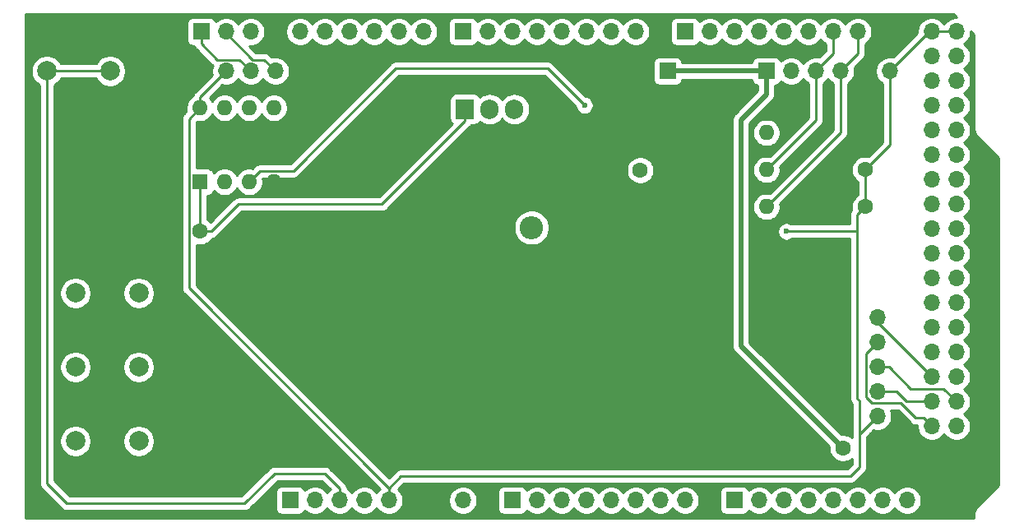
<source format=gbr>
G04 #@! TF.GenerationSoftware,KiCad,Pcbnew,(5.1.9)-1*
G04 #@! TF.CreationDate,2021-04-10T17:02:56+02:00*
G04 #@! TF.ProjectId,Battery_analyzer_MKII,42617474-6572-4795-9f61-6e616c797a65,2*
G04 #@! TF.SameCoordinates,Original*
G04 #@! TF.FileFunction,Copper,L2,Bot*
G04 #@! TF.FilePolarity,Positive*
%FSLAX46Y46*%
G04 Gerber Fmt 4.6, Leading zero omitted, Abs format (unit mm)*
G04 Created by KiCad (PCBNEW (5.1.9)-1) date 2021-04-10 17:02:56*
%MOMM*%
%LPD*%
G01*
G04 APERTURE LIST*
G04 #@! TA.AperFunction,ComponentPad*
%ADD10R,1.700000X1.700000*%
G04 #@! TD*
G04 #@! TA.AperFunction,ComponentPad*
%ADD11O,1.700000X1.700000*%
G04 #@! TD*
G04 #@! TA.AperFunction,ComponentPad*
%ADD12O,1.600000X1.600000*%
G04 #@! TD*
G04 #@! TA.AperFunction,ComponentPad*
%ADD13R,1.600000X1.600000*%
G04 #@! TD*
G04 #@! TA.AperFunction,ComponentPad*
%ADD14C,2.000000*%
G04 #@! TD*
G04 #@! TA.AperFunction,ComponentPad*
%ADD15C,1.600000*%
G04 #@! TD*
G04 #@! TA.AperFunction,ComponentPad*
%ADD16O,2.400000X2.400000*%
G04 #@! TD*
G04 #@! TA.AperFunction,ComponentPad*
%ADD17C,2.400000*%
G04 #@! TD*
G04 #@! TA.AperFunction,ComponentPad*
%ADD18O,1.905000X2.000000*%
G04 #@! TD*
G04 #@! TA.AperFunction,ComponentPad*
%ADD19R,1.905000X2.000000*%
G04 #@! TD*
G04 #@! TA.AperFunction,ViaPad*
%ADD20C,0.600000*%
G04 #@! TD*
G04 #@! TA.AperFunction,Conductor*
%ADD21C,0.250000*%
G04 #@! TD*
G04 #@! TA.AperFunction,Conductor*
%ADD22C,0.500000*%
G04 #@! TD*
G04 #@! TA.AperFunction,Conductor*
%ADD23C,0.254000*%
G04 #@! TD*
G04 #@! TA.AperFunction,Conductor*
%ADD24C,0.100000*%
G04 #@! TD*
G04 APERTURE END LIST*
D10*
X197358000Y-114046000D03*
D11*
X199898000Y-114046000D03*
X197358000Y-111506000D03*
X199898000Y-111506000D03*
X197358000Y-108966000D03*
X199898000Y-108966000D03*
X197358000Y-106426000D03*
X199898000Y-106426000D03*
X197358000Y-103886000D03*
X199898000Y-103886000D03*
X197358000Y-101346000D03*
X199898000Y-101346000D03*
X197358000Y-98806000D03*
X199898000Y-98806000D03*
X197358000Y-96266000D03*
X199898000Y-96266000D03*
X197358000Y-93726000D03*
X199898000Y-93726000D03*
X197358000Y-91186000D03*
X199898000Y-91186000D03*
X197358000Y-88646000D03*
X199898000Y-88646000D03*
X197358000Y-86106000D03*
X199898000Y-86106000D03*
X197358000Y-83566000D03*
X199898000Y-83566000D03*
X197358000Y-81026000D03*
X199898000Y-81026000D03*
X197358000Y-78486000D03*
X199898000Y-78486000D03*
X197358000Y-75946000D03*
X199898000Y-75946000D03*
X197358000Y-73406000D03*
X199898000Y-73406000D03*
X197358000Y-70866000D03*
X199898000Y-70866000D03*
D12*
X122010000Y-78720000D03*
X129630000Y-86340000D03*
X124550000Y-78720000D03*
X127090000Y-86340000D03*
X127090000Y-78720000D03*
X124550000Y-86340000D03*
X129630000Y-78720000D03*
D13*
X122010000Y-86340000D03*
D14*
X115720000Y-113030000D03*
X115720000Y-117530000D03*
X109220000Y-113030000D03*
X109220000Y-117530000D03*
D15*
X119210000Y-113740000D03*
X188210000Y-113740000D03*
D11*
X167640000Y-74930000D03*
D10*
X170180000Y-74930000D03*
D14*
X115720000Y-105410000D03*
X115720000Y-109910000D03*
X109220000Y-105410000D03*
X109220000Y-109910000D03*
X115720000Y-97790000D03*
X115720000Y-102290000D03*
X109220000Y-97790000D03*
X109220000Y-102290000D03*
D10*
X180340000Y-74930000D03*
D11*
X182880000Y-74930000D03*
X185420000Y-74930000D03*
X187960000Y-74930000D03*
X190500000Y-74930000D03*
X193040000Y-74930000D03*
X129794000Y-74930000D03*
X127254000Y-74930000D03*
X124714000Y-74930000D03*
D10*
X122174000Y-74930000D03*
D14*
X106262646Y-74930000D03*
X106262646Y-70430000D03*
X112762646Y-74930000D03*
X112762646Y-70430000D03*
D12*
X180340000Y-81280000D03*
D15*
X190500000Y-81280000D03*
D12*
X180340000Y-88900000D03*
D15*
X190500000Y-88900000D03*
D12*
X180340000Y-85090000D03*
D15*
X190500000Y-85090000D03*
D16*
X156170000Y-91040000D03*
D17*
X171410000Y-91040000D03*
D18*
X154390000Y-78840000D03*
X151850000Y-78840000D03*
D19*
X149310000Y-78840000D03*
D11*
X191770000Y-100330000D03*
X191770000Y-102870000D03*
X191770000Y-105410000D03*
X191770000Y-107950000D03*
X191770000Y-110490000D03*
D10*
X191770000Y-113030000D03*
D15*
X161860000Y-85140000D03*
X167360000Y-85140000D03*
X127560000Y-91440000D03*
X122060000Y-91440000D03*
D11*
X149098000Y-119126000D03*
X146558000Y-119126000D03*
X144018000Y-119126000D03*
X141478000Y-119126000D03*
X138938000Y-119126000D03*
X136398000Y-119126000D03*
X133858000Y-119126000D03*
D10*
X131318000Y-119126000D03*
X154178000Y-119126000D03*
D11*
X156718000Y-119126000D03*
X159258000Y-119126000D03*
X161798000Y-119126000D03*
X164338000Y-119126000D03*
X166878000Y-119126000D03*
X169418000Y-119126000D03*
X171958000Y-119126000D03*
D10*
X177038000Y-119126000D03*
D11*
X179578000Y-119126000D03*
X182118000Y-119126000D03*
X184658000Y-119126000D03*
X187198000Y-119126000D03*
X189738000Y-119126000D03*
X192278000Y-119126000D03*
X194818000Y-119126000D03*
D10*
X122174000Y-70866000D03*
D11*
X124714000Y-70866000D03*
X127254000Y-70866000D03*
X129794000Y-70866000D03*
X132334000Y-70866000D03*
X134874000Y-70866000D03*
X137414000Y-70866000D03*
X139954000Y-70866000D03*
X142494000Y-70866000D03*
X145034000Y-70866000D03*
X166878000Y-70866000D03*
X164338000Y-70866000D03*
X161798000Y-70866000D03*
X159258000Y-70866000D03*
X156718000Y-70866000D03*
X154178000Y-70866000D03*
X151638000Y-70866000D03*
D10*
X149098000Y-70866000D03*
X171958000Y-70866000D03*
D11*
X174498000Y-70866000D03*
X177038000Y-70866000D03*
X179578000Y-70866000D03*
X182118000Y-70866000D03*
X184658000Y-70866000D03*
X187198000Y-70866000D03*
X189738000Y-70866000D03*
D20*
X182410000Y-91440000D03*
X169210000Y-82340000D03*
X161610000Y-78440000D03*
D21*
X194195001Y-109125001D02*
X195712401Y-110642401D01*
X191205999Y-109125001D02*
X194195001Y-109125001D01*
X196494401Y-110642401D02*
X197358000Y-111506000D01*
X190594999Y-108514001D02*
X191205999Y-109125001D01*
X190594999Y-104045001D02*
X190594999Y-108514001D01*
X195712401Y-110642401D02*
X196494401Y-110642401D01*
X191770000Y-102870000D02*
X190594999Y-104045001D01*
X197358000Y-108966000D02*
X194736000Y-108966000D01*
X193720000Y-107950000D02*
X191770000Y-107950000D01*
X194736000Y-108966000D02*
X193720000Y-107950000D01*
X192972081Y-105410000D02*
X191770000Y-105410000D01*
X195176682Y-107614601D02*
X192972081Y-105410000D01*
X198546601Y-107614601D02*
X195176682Y-107614601D01*
X199898000Y-108966000D02*
X198546601Y-107614601D01*
X191770000Y-100838000D02*
X191770000Y-100330000D01*
X197358000Y-106426000D02*
X191770000Y-100838000D01*
X191770000Y-110490000D02*
X189910000Y-112350000D01*
X189910000Y-112350000D02*
X189910000Y-115740000D01*
X189910000Y-115740000D02*
X189010000Y-116640000D01*
X142698000Y-116640000D02*
X141478000Y-117860000D01*
X199898000Y-70866000D02*
X197358000Y-70866000D01*
X193294000Y-74930000D02*
X193040000Y-74930000D01*
X193040000Y-82550000D02*
X190500000Y-85090000D01*
X193040000Y-74930000D02*
X193040000Y-82550000D01*
X141478000Y-119126000D02*
X141478000Y-117860000D01*
X189010000Y-116640000D02*
X174610000Y-116640000D01*
X174610000Y-116640000D02*
X142698000Y-116640000D01*
X189700001Y-89699999D02*
X190500000Y-88900000D01*
X189910000Y-108840000D02*
X189700001Y-108630001D01*
X189910000Y-112350000D02*
X189910000Y-108840000D01*
X182419999Y-91430001D02*
X182410000Y-91440000D01*
X189700001Y-91430001D02*
X182419999Y-91430001D01*
X189700001Y-91430001D02*
X189700001Y-89699999D01*
X189700001Y-108630001D02*
X189700001Y-91430001D01*
X190500000Y-87768630D02*
X190500000Y-85090000D01*
X190500000Y-88900000D02*
X190500000Y-87768630D01*
X197104000Y-70866000D02*
X197358000Y-70866000D01*
X193040000Y-74930000D02*
X197104000Y-70866000D01*
X120884999Y-97266999D02*
X141478000Y-117860000D01*
X120884999Y-79845001D02*
X120884999Y-97266999D01*
X124714000Y-74930000D02*
X122010000Y-77634000D01*
X122010000Y-77634000D02*
X122010000Y-78720000D01*
X120884999Y-79845001D02*
X122010000Y-78720000D01*
X106262646Y-74930000D02*
X106262646Y-117392646D01*
X106262646Y-117392646D02*
X108310000Y-119440000D01*
X108310000Y-119440000D02*
X126610000Y-119440000D01*
X126610000Y-119440000D02*
X129710000Y-116340000D01*
X136398000Y-117860000D02*
X136398000Y-119126000D01*
X134878000Y-116340000D02*
X136398000Y-117860000D01*
X129710000Y-116340000D02*
X134878000Y-116340000D01*
X106262646Y-74930000D02*
X112762646Y-74930000D01*
X122174000Y-72132000D02*
X122174000Y-70866000D01*
X123796999Y-73754999D02*
X122174000Y-72132000D01*
X126078999Y-73754999D02*
X123796999Y-73754999D01*
X127254000Y-74930000D02*
X126078999Y-73754999D01*
X124714000Y-71018400D02*
X124714000Y-70866000D01*
X127450599Y-73754999D02*
X124714000Y-71018400D01*
X128618999Y-73754999D02*
X127450599Y-73754999D01*
X129794000Y-74930000D02*
X128618999Y-73754999D01*
X187198000Y-73152000D02*
X187198000Y-70866000D01*
X185420000Y-74930000D02*
X187198000Y-73152000D01*
X185420000Y-80010000D02*
X185420000Y-74930000D01*
X180340000Y-85090000D02*
X185420000Y-80010000D01*
X189738000Y-73152000D02*
X189738000Y-70866000D01*
X187960000Y-74930000D02*
X189738000Y-73152000D01*
X187960000Y-81280000D02*
X187960000Y-74930000D01*
X180340000Y-88900000D02*
X187960000Y-81280000D01*
D22*
X170180000Y-74930000D02*
X180340000Y-74930000D01*
X177710000Y-103240000D02*
X188210000Y-113740000D01*
X180340000Y-74930000D02*
X180340000Y-77310000D01*
X177710000Y-79940000D02*
X177710000Y-103240000D01*
X180340000Y-77310000D02*
X177710000Y-79940000D01*
D21*
X123191370Y-91440000D02*
X125991370Y-88640000D01*
X140760000Y-88640000D02*
X149310000Y-80090000D01*
X125991370Y-88640000D02*
X140760000Y-88640000D01*
X123191370Y-91440000D02*
X122060000Y-91440000D01*
X122060000Y-86390000D02*
X122010000Y-86340000D01*
X122060000Y-91440000D02*
X122060000Y-86390000D01*
X149310000Y-80090000D02*
X149310000Y-78840000D01*
X127889999Y-85540001D02*
X127090000Y-86340000D01*
X128215001Y-85214999D02*
X127889999Y-85540001D01*
X131635001Y-85214999D02*
X128215001Y-85214999D01*
X142210000Y-74640000D02*
X131635001Y-85214999D01*
X161610000Y-78440000D02*
X157810000Y-74640000D01*
X157810000Y-74640000D02*
X142210000Y-74640000D01*
D23*
X199948909Y-69381000D02*
X199751740Y-69381000D01*
X199464842Y-69438068D01*
X199194589Y-69550010D01*
X198951368Y-69712525D01*
X198744525Y-69919368D01*
X198628000Y-70093760D01*
X198511475Y-69919368D01*
X198304632Y-69712525D01*
X198061411Y-69550010D01*
X197791158Y-69438068D01*
X197504260Y-69381000D01*
X197211740Y-69381000D01*
X196924842Y-69438068D01*
X196654589Y-69550010D01*
X196411368Y-69712525D01*
X196204525Y-69919368D01*
X196042010Y-70162589D01*
X195930068Y-70432842D01*
X195873000Y-70719740D01*
X195873000Y-71012260D01*
X195874649Y-71020549D01*
X193406408Y-73488791D01*
X193186260Y-73445000D01*
X192893740Y-73445000D01*
X192606842Y-73502068D01*
X192336589Y-73614010D01*
X192093368Y-73776525D01*
X191886525Y-73983368D01*
X191724010Y-74226589D01*
X191612068Y-74496842D01*
X191555000Y-74783740D01*
X191555000Y-75076260D01*
X191612068Y-75363158D01*
X191724010Y-75633411D01*
X191886525Y-75876632D01*
X192093368Y-76083475D01*
X192280000Y-76208179D01*
X192280001Y-82235196D01*
X190823886Y-83691312D01*
X190641335Y-83655000D01*
X190358665Y-83655000D01*
X190081426Y-83710147D01*
X189820273Y-83818320D01*
X189585241Y-83975363D01*
X189385363Y-84175241D01*
X189228320Y-84410273D01*
X189120147Y-84671426D01*
X189065000Y-84948665D01*
X189065000Y-85231335D01*
X189120147Y-85508574D01*
X189228320Y-85769727D01*
X189385363Y-86004759D01*
X189585241Y-86204637D01*
X189740001Y-86308044D01*
X189740000Y-87681957D01*
X189585241Y-87785363D01*
X189385363Y-87985241D01*
X189228320Y-88220273D01*
X189120147Y-88481426D01*
X189065000Y-88758665D01*
X189065000Y-89041335D01*
X189102533Y-89230023D01*
X189065027Y-89275723D01*
X188994455Y-89407753D01*
X188950999Y-89551014D01*
X188936325Y-89699999D01*
X188940002Y-89737331D01*
X188940001Y-90670001D01*
X182940571Y-90670001D01*
X182852889Y-90611414D01*
X182682729Y-90540932D01*
X182502089Y-90505000D01*
X182317911Y-90505000D01*
X182137271Y-90540932D01*
X181967111Y-90611414D01*
X181813972Y-90713738D01*
X181683738Y-90843972D01*
X181581414Y-90997111D01*
X181510932Y-91167271D01*
X181475000Y-91347911D01*
X181475000Y-91532089D01*
X181510932Y-91712729D01*
X181581414Y-91882889D01*
X181683738Y-92036028D01*
X181813972Y-92166262D01*
X181967111Y-92268586D01*
X182137271Y-92339068D01*
X182317911Y-92375000D01*
X182502089Y-92375000D01*
X182682729Y-92339068D01*
X182852889Y-92268586D01*
X182970500Y-92190001D01*
X188940002Y-92190001D01*
X188940001Y-108592679D01*
X188936325Y-108630001D01*
X188940001Y-108667323D01*
X188940001Y-108667333D01*
X188950998Y-108778986D01*
X188969506Y-108839999D01*
X188994455Y-108922247D01*
X189065027Y-109054277D01*
X189104872Y-109102827D01*
X189150001Y-109157818D01*
X189150000Y-112312667D01*
X189150000Y-112312678D01*
X189146324Y-112350000D01*
X189150000Y-112387323D01*
X189150000Y-112650604D01*
X189124759Y-112625363D01*
X188889727Y-112468320D01*
X188628574Y-112360147D01*
X188351335Y-112305000D01*
X188068665Y-112305000D01*
X188033562Y-112311983D01*
X178595000Y-102873422D01*
X178595000Y-81138665D01*
X178905000Y-81138665D01*
X178905000Y-81421335D01*
X178960147Y-81698574D01*
X179068320Y-81959727D01*
X179225363Y-82194759D01*
X179425241Y-82394637D01*
X179660273Y-82551680D01*
X179921426Y-82659853D01*
X180198665Y-82715000D01*
X180481335Y-82715000D01*
X180758574Y-82659853D01*
X181019727Y-82551680D01*
X181254759Y-82394637D01*
X181454637Y-82194759D01*
X181611680Y-81959727D01*
X181719853Y-81698574D01*
X181775000Y-81421335D01*
X181775000Y-81138665D01*
X181719853Y-80861426D01*
X181611680Y-80600273D01*
X181454637Y-80365241D01*
X181254759Y-80165363D01*
X181019727Y-80008320D01*
X180758574Y-79900147D01*
X180481335Y-79845000D01*
X180198665Y-79845000D01*
X179921426Y-79900147D01*
X179660273Y-80008320D01*
X179425241Y-80165363D01*
X179225363Y-80365241D01*
X179068320Y-80600273D01*
X178960147Y-80861426D01*
X178905000Y-81138665D01*
X178595000Y-81138665D01*
X178595000Y-80306578D01*
X180935049Y-77966530D01*
X180968817Y-77938817D01*
X181079411Y-77804059D01*
X181127688Y-77713738D01*
X181161589Y-77650314D01*
X181212195Y-77483490D01*
X181215659Y-77448320D01*
X181225000Y-77353477D01*
X181225000Y-77353469D01*
X181229281Y-77310000D01*
X181225000Y-77266531D01*
X181225000Y-76414625D01*
X181314482Y-76405812D01*
X181434180Y-76369502D01*
X181544494Y-76310537D01*
X181641185Y-76231185D01*
X181720537Y-76134494D01*
X181779502Y-76024180D01*
X181801513Y-75951620D01*
X181933368Y-76083475D01*
X182176589Y-76245990D01*
X182446842Y-76357932D01*
X182733740Y-76415000D01*
X183026260Y-76415000D01*
X183313158Y-76357932D01*
X183583411Y-76245990D01*
X183826632Y-76083475D01*
X184033475Y-75876632D01*
X184150000Y-75702240D01*
X184266525Y-75876632D01*
X184473368Y-76083475D01*
X184660001Y-76208179D01*
X184660000Y-79695198D01*
X180663887Y-83691312D01*
X180481335Y-83655000D01*
X180198665Y-83655000D01*
X179921426Y-83710147D01*
X179660273Y-83818320D01*
X179425241Y-83975363D01*
X179225363Y-84175241D01*
X179068320Y-84410273D01*
X178960147Y-84671426D01*
X178905000Y-84948665D01*
X178905000Y-85231335D01*
X178960147Y-85508574D01*
X179068320Y-85769727D01*
X179225363Y-86004759D01*
X179425241Y-86204637D01*
X179660273Y-86361680D01*
X179921426Y-86469853D01*
X180198665Y-86525000D01*
X180481335Y-86525000D01*
X180758574Y-86469853D01*
X181019727Y-86361680D01*
X181254759Y-86204637D01*
X181454637Y-86004759D01*
X181611680Y-85769727D01*
X181719853Y-85508574D01*
X181775000Y-85231335D01*
X181775000Y-84948665D01*
X181738688Y-84766113D01*
X185931004Y-80573798D01*
X185960001Y-80550001D01*
X186019032Y-80478072D01*
X186054974Y-80434277D01*
X186125546Y-80302247D01*
X186125546Y-80302246D01*
X186169003Y-80158986D01*
X186180000Y-80047333D01*
X186180000Y-80047323D01*
X186183676Y-80010000D01*
X186180000Y-79972677D01*
X186180000Y-76208178D01*
X186366632Y-76083475D01*
X186573475Y-75876632D01*
X186690000Y-75702240D01*
X186806525Y-75876632D01*
X187013368Y-76083475D01*
X187200001Y-76208179D01*
X187200000Y-80965198D01*
X180663887Y-87501312D01*
X180481335Y-87465000D01*
X180198665Y-87465000D01*
X179921426Y-87520147D01*
X179660273Y-87628320D01*
X179425241Y-87785363D01*
X179225363Y-87985241D01*
X179068320Y-88220273D01*
X178960147Y-88481426D01*
X178905000Y-88758665D01*
X178905000Y-89041335D01*
X178960147Y-89318574D01*
X179068320Y-89579727D01*
X179225363Y-89814759D01*
X179425241Y-90014637D01*
X179660273Y-90171680D01*
X179921426Y-90279853D01*
X180198665Y-90335000D01*
X180481335Y-90335000D01*
X180758574Y-90279853D01*
X181019727Y-90171680D01*
X181254759Y-90014637D01*
X181454637Y-89814759D01*
X181611680Y-89579727D01*
X181719853Y-89318574D01*
X181775000Y-89041335D01*
X181775000Y-88758665D01*
X181738688Y-88576113D01*
X188471004Y-81843798D01*
X188500001Y-81820001D01*
X188594974Y-81704276D01*
X188665546Y-81572247D01*
X188709003Y-81428986D01*
X188720000Y-81317333D01*
X188720000Y-81317324D01*
X188723676Y-81280001D01*
X188720000Y-81242678D01*
X188720000Y-76208178D01*
X188906632Y-76083475D01*
X189113475Y-75876632D01*
X189275990Y-75633411D01*
X189387932Y-75363158D01*
X189445000Y-75076260D01*
X189445000Y-74783740D01*
X189401210Y-74563592D01*
X190249004Y-73715798D01*
X190278001Y-73692001D01*
X190372974Y-73576276D01*
X190443546Y-73444247D01*
X190487003Y-73300986D01*
X190498000Y-73189333D01*
X190498000Y-73189325D01*
X190501676Y-73152000D01*
X190498000Y-73114675D01*
X190498000Y-72144178D01*
X190684632Y-72019475D01*
X190891475Y-71812632D01*
X191053990Y-71569411D01*
X191165932Y-71299158D01*
X191223000Y-71012260D01*
X191223000Y-70719740D01*
X191165932Y-70432842D01*
X191053990Y-70162589D01*
X190891475Y-69919368D01*
X190684632Y-69712525D01*
X190441411Y-69550010D01*
X190171158Y-69438068D01*
X189884260Y-69381000D01*
X189591740Y-69381000D01*
X189304842Y-69438068D01*
X189034589Y-69550010D01*
X188791368Y-69712525D01*
X188584525Y-69919368D01*
X188468000Y-70093760D01*
X188351475Y-69919368D01*
X188144632Y-69712525D01*
X187901411Y-69550010D01*
X187631158Y-69438068D01*
X187344260Y-69381000D01*
X187051740Y-69381000D01*
X186764842Y-69438068D01*
X186494589Y-69550010D01*
X186251368Y-69712525D01*
X186044525Y-69919368D01*
X185928000Y-70093760D01*
X185811475Y-69919368D01*
X185604632Y-69712525D01*
X185361411Y-69550010D01*
X185091158Y-69438068D01*
X184804260Y-69381000D01*
X184511740Y-69381000D01*
X184224842Y-69438068D01*
X183954589Y-69550010D01*
X183711368Y-69712525D01*
X183504525Y-69919368D01*
X183388000Y-70093760D01*
X183271475Y-69919368D01*
X183064632Y-69712525D01*
X182821411Y-69550010D01*
X182551158Y-69438068D01*
X182264260Y-69381000D01*
X181971740Y-69381000D01*
X181684842Y-69438068D01*
X181414589Y-69550010D01*
X181171368Y-69712525D01*
X180964525Y-69919368D01*
X180848000Y-70093760D01*
X180731475Y-69919368D01*
X180524632Y-69712525D01*
X180281411Y-69550010D01*
X180011158Y-69438068D01*
X179724260Y-69381000D01*
X179431740Y-69381000D01*
X179144842Y-69438068D01*
X178874589Y-69550010D01*
X178631368Y-69712525D01*
X178424525Y-69919368D01*
X178308000Y-70093760D01*
X178191475Y-69919368D01*
X177984632Y-69712525D01*
X177741411Y-69550010D01*
X177471158Y-69438068D01*
X177184260Y-69381000D01*
X176891740Y-69381000D01*
X176604842Y-69438068D01*
X176334589Y-69550010D01*
X176091368Y-69712525D01*
X175884525Y-69919368D01*
X175768000Y-70093760D01*
X175651475Y-69919368D01*
X175444632Y-69712525D01*
X175201411Y-69550010D01*
X174931158Y-69438068D01*
X174644260Y-69381000D01*
X174351740Y-69381000D01*
X174064842Y-69438068D01*
X173794589Y-69550010D01*
X173551368Y-69712525D01*
X173419513Y-69844380D01*
X173397502Y-69771820D01*
X173338537Y-69661506D01*
X173259185Y-69564815D01*
X173162494Y-69485463D01*
X173052180Y-69426498D01*
X172932482Y-69390188D01*
X172808000Y-69377928D01*
X171108000Y-69377928D01*
X170983518Y-69390188D01*
X170863820Y-69426498D01*
X170753506Y-69485463D01*
X170656815Y-69564815D01*
X170577463Y-69661506D01*
X170518498Y-69771820D01*
X170482188Y-69891518D01*
X170469928Y-70016000D01*
X170469928Y-71716000D01*
X170482188Y-71840482D01*
X170518498Y-71960180D01*
X170577463Y-72070494D01*
X170656815Y-72167185D01*
X170753506Y-72246537D01*
X170863820Y-72305502D01*
X170983518Y-72341812D01*
X171108000Y-72354072D01*
X172808000Y-72354072D01*
X172932482Y-72341812D01*
X173052180Y-72305502D01*
X173162494Y-72246537D01*
X173259185Y-72167185D01*
X173338537Y-72070494D01*
X173397502Y-71960180D01*
X173419513Y-71887620D01*
X173551368Y-72019475D01*
X173794589Y-72181990D01*
X174064842Y-72293932D01*
X174351740Y-72351000D01*
X174644260Y-72351000D01*
X174931158Y-72293932D01*
X175201411Y-72181990D01*
X175444632Y-72019475D01*
X175651475Y-71812632D01*
X175768000Y-71638240D01*
X175884525Y-71812632D01*
X176091368Y-72019475D01*
X176334589Y-72181990D01*
X176604842Y-72293932D01*
X176891740Y-72351000D01*
X177184260Y-72351000D01*
X177471158Y-72293932D01*
X177741411Y-72181990D01*
X177984632Y-72019475D01*
X178191475Y-71812632D01*
X178308000Y-71638240D01*
X178424525Y-71812632D01*
X178631368Y-72019475D01*
X178874589Y-72181990D01*
X179144842Y-72293932D01*
X179431740Y-72351000D01*
X179724260Y-72351000D01*
X180011158Y-72293932D01*
X180281411Y-72181990D01*
X180524632Y-72019475D01*
X180731475Y-71812632D01*
X180848000Y-71638240D01*
X180964525Y-71812632D01*
X181171368Y-72019475D01*
X181414589Y-72181990D01*
X181684842Y-72293932D01*
X181971740Y-72351000D01*
X182264260Y-72351000D01*
X182551158Y-72293932D01*
X182821411Y-72181990D01*
X183064632Y-72019475D01*
X183271475Y-71812632D01*
X183388000Y-71638240D01*
X183504525Y-71812632D01*
X183711368Y-72019475D01*
X183954589Y-72181990D01*
X184224842Y-72293932D01*
X184511740Y-72351000D01*
X184804260Y-72351000D01*
X185091158Y-72293932D01*
X185361411Y-72181990D01*
X185604632Y-72019475D01*
X185811475Y-71812632D01*
X185928000Y-71638240D01*
X186044525Y-71812632D01*
X186251368Y-72019475D01*
X186438000Y-72144179D01*
X186438000Y-72837198D01*
X185786408Y-73488790D01*
X185566260Y-73445000D01*
X185273740Y-73445000D01*
X184986842Y-73502068D01*
X184716589Y-73614010D01*
X184473368Y-73776525D01*
X184266525Y-73983368D01*
X184150000Y-74157760D01*
X184033475Y-73983368D01*
X183826632Y-73776525D01*
X183583411Y-73614010D01*
X183313158Y-73502068D01*
X183026260Y-73445000D01*
X182733740Y-73445000D01*
X182446842Y-73502068D01*
X182176589Y-73614010D01*
X181933368Y-73776525D01*
X181801513Y-73908380D01*
X181779502Y-73835820D01*
X181720537Y-73725506D01*
X181641185Y-73628815D01*
X181544494Y-73549463D01*
X181434180Y-73490498D01*
X181314482Y-73454188D01*
X181190000Y-73441928D01*
X179490000Y-73441928D01*
X179365518Y-73454188D01*
X179245820Y-73490498D01*
X179135506Y-73549463D01*
X179038815Y-73628815D01*
X178959463Y-73725506D01*
X178900498Y-73835820D01*
X178864188Y-73955518D01*
X178855375Y-74045000D01*
X171664625Y-74045000D01*
X171655812Y-73955518D01*
X171619502Y-73835820D01*
X171560537Y-73725506D01*
X171481185Y-73628815D01*
X171384494Y-73549463D01*
X171274180Y-73490498D01*
X171154482Y-73454188D01*
X171030000Y-73441928D01*
X169330000Y-73441928D01*
X169205518Y-73454188D01*
X169085820Y-73490498D01*
X168975506Y-73549463D01*
X168878815Y-73628815D01*
X168799463Y-73725506D01*
X168740498Y-73835820D01*
X168704188Y-73955518D01*
X168691928Y-74080000D01*
X168691928Y-75780000D01*
X168704188Y-75904482D01*
X168740498Y-76024180D01*
X168799463Y-76134494D01*
X168878815Y-76231185D01*
X168975506Y-76310537D01*
X169085820Y-76369502D01*
X169205518Y-76405812D01*
X169330000Y-76418072D01*
X171030000Y-76418072D01*
X171154482Y-76405812D01*
X171274180Y-76369502D01*
X171384494Y-76310537D01*
X171481185Y-76231185D01*
X171560537Y-76134494D01*
X171619502Y-76024180D01*
X171655812Y-75904482D01*
X171664625Y-75815000D01*
X178855375Y-75815000D01*
X178864188Y-75904482D01*
X178900498Y-76024180D01*
X178959463Y-76134494D01*
X179038815Y-76231185D01*
X179135506Y-76310537D01*
X179245820Y-76369502D01*
X179365518Y-76405812D01*
X179455001Y-76414625D01*
X179455001Y-76943420D01*
X177114956Y-79283466D01*
X177081183Y-79311183D01*
X176970589Y-79445942D01*
X176888411Y-79599688D01*
X176876342Y-79639475D01*
X176837805Y-79766510D01*
X176836212Y-79782686D01*
X176825000Y-79896524D01*
X176825000Y-79896531D01*
X176820719Y-79940000D01*
X176825000Y-79983469D01*
X176825001Y-103196521D01*
X176820719Y-103240000D01*
X176837805Y-103413490D01*
X176888412Y-103580313D01*
X176970590Y-103734059D01*
X177053468Y-103835046D01*
X177053471Y-103835049D01*
X177081184Y-103868817D01*
X177114952Y-103896530D01*
X186781983Y-113563562D01*
X186775000Y-113598665D01*
X186775000Y-113881335D01*
X186830147Y-114158574D01*
X186938320Y-114419727D01*
X187095363Y-114654759D01*
X187295241Y-114854637D01*
X187530273Y-115011680D01*
X187791426Y-115119853D01*
X188068665Y-115175000D01*
X188351335Y-115175000D01*
X188628574Y-115119853D01*
X188889727Y-115011680D01*
X189124759Y-114854637D01*
X189150001Y-114829395D01*
X189150001Y-115425197D01*
X188695199Y-115880000D01*
X142735333Y-115880000D01*
X142698000Y-115876323D01*
X142660667Y-115880000D01*
X142549014Y-115890997D01*
X142405753Y-115934454D01*
X142273724Y-116005026D01*
X142157999Y-116099999D01*
X142134201Y-116128997D01*
X141478000Y-116785198D01*
X121644999Y-96952198D01*
X121644999Y-92820564D01*
X121918665Y-92875000D01*
X122201335Y-92875000D01*
X122478574Y-92819853D01*
X122739727Y-92711680D01*
X122974759Y-92554637D01*
X123174637Y-92354759D01*
X123281519Y-92194798D01*
X123340356Y-92189003D01*
X123483617Y-92145546D01*
X123615646Y-92074974D01*
X123731371Y-91980001D01*
X123755174Y-91950997D01*
X124846903Y-90859268D01*
X154335000Y-90859268D01*
X154335000Y-91220732D01*
X154405518Y-91575250D01*
X154543844Y-91909199D01*
X154744662Y-92209744D01*
X155000256Y-92465338D01*
X155300801Y-92666156D01*
X155634750Y-92804482D01*
X155989268Y-92875000D01*
X156350732Y-92875000D01*
X156705250Y-92804482D01*
X157039199Y-92666156D01*
X157339744Y-92465338D01*
X157595338Y-92209744D01*
X157796156Y-91909199D01*
X157934482Y-91575250D01*
X158005000Y-91220732D01*
X158005000Y-90859268D01*
X157934482Y-90504750D01*
X157796156Y-90170801D01*
X157595338Y-89870256D01*
X157339744Y-89614662D01*
X157039199Y-89413844D01*
X156705250Y-89275518D01*
X156350732Y-89205000D01*
X155989268Y-89205000D01*
X155634750Y-89275518D01*
X155300801Y-89413844D01*
X155000256Y-89614662D01*
X154744662Y-89870256D01*
X154543844Y-90170801D01*
X154405518Y-90504750D01*
X154335000Y-90859268D01*
X124846903Y-90859268D01*
X126306172Y-89400000D01*
X140722678Y-89400000D01*
X140760000Y-89403676D01*
X140797322Y-89400000D01*
X140797333Y-89400000D01*
X140908986Y-89389003D01*
X141052247Y-89345546D01*
X141184276Y-89274974D01*
X141300001Y-89180001D01*
X141323804Y-89150997D01*
X145476136Y-84998665D01*
X165925000Y-84998665D01*
X165925000Y-85281335D01*
X165980147Y-85558574D01*
X166088320Y-85819727D01*
X166245363Y-86054759D01*
X166445241Y-86254637D01*
X166680273Y-86411680D01*
X166941426Y-86519853D01*
X167218665Y-86575000D01*
X167501335Y-86575000D01*
X167778574Y-86519853D01*
X168039727Y-86411680D01*
X168274759Y-86254637D01*
X168474637Y-86054759D01*
X168631680Y-85819727D01*
X168739853Y-85558574D01*
X168795000Y-85281335D01*
X168795000Y-84998665D01*
X168739853Y-84721426D01*
X168631680Y-84460273D01*
X168474637Y-84225241D01*
X168274759Y-84025363D01*
X168039727Y-83868320D01*
X167778574Y-83760147D01*
X167501335Y-83705000D01*
X167218665Y-83705000D01*
X166941426Y-83760147D01*
X166680273Y-83868320D01*
X166445241Y-84025363D01*
X166245363Y-84225241D01*
X166088320Y-84460273D01*
X165980147Y-84721426D01*
X165925000Y-84998665D01*
X145476136Y-84998665D01*
X149821004Y-80653798D01*
X149850001Y-80630001D01*
X149880497Y-80592842D01*
X149944974Y-80514277D01*
X149964326Y-80478072D01*
X150262500Y-80478072D01*
X150386982Y-80465812D01*
X150506680Y-80429502D01*
X150616994Y-80370537D01*
X150713685Y-80291185D01*
X150793037Y-80194494D01*
X150837905Y-80110553D01*
X150963766Y-80213845D01*
X151239552Y-80361255D01*
X151538797Y-80452030D01*
X151850000Y-80482681D01*
X152161204Y-80452030D01*
X152460449Y-80361255D01*
X152736235Y-80213845D01*
X152977963Y-80015463D01*
X153120000Y-79842391D01*
X153262037Y-80015463D01*
X153503766Y-80213845D01*
X153779552Y-80361255D01*
X154078797Y-80452030D01*
X154390000Y-80482681D01*
X154701204Y-80452030D01*
X155000449Y-80361255D01*
X155276235Y-80213845D01*
X155517963Y-80015463D01*
X155716345Y-79773734D01*
X155863755Y-79497948D01*
X155954530Y-79198703D01*
X155977500Y-78965485D01*
X155977500Y-78714514D01*
X155954530Y-78481296D01*
X155863755Y-78182051D01*
X155716345Y-77906265D01*
X155517963Y-77664537D01*
X155276234Y-77466155D01*
X155000448Y-77318745D01*
X154701203Y-77227970D01*
X154390000Y-77197319D01*
X154078796Y-77227970D01*
X153779551Y-77318745D01*
X153503765Y-77466155D01*
X153262037Y-77664537D01*
X153120000Y-77837609D01*
X152977963Y-77664537D01*
X152736234Y-77466155D01*
X152460448Y-77318745D01*
X152161203Y-77227970D01*
X151850000Y-77197319D01*
X151538796Y-77227970D01*
X151239551Y-77318745D01*
X150963765Y-77466155D01*
X150837905Y-77569446D01*
X150793037Y-77485506D01*
X150713685Y-77388815D01*
X150616994Y-77309463D01*
X150506680Y-77250498D01*
X150386982Y-77214188D01*
X150262500Y-77201928D01*
X148357500Y-77201928D01*
X148233018Y-77214188D01*
X148113320Y-77250498D01*
X148003006Y-77309463D01*
X147906315Y-77388815D01*
X147826963Y-77485506D01*
X147767998Y-77595820D01*
X147731688Y-77715518D01*
X147719428Y-77840000D01*
X147719428Y-79840000D01*
X147731688Y-79964482D01*
X147767998Y-80084180D01*
X147826963Y-80194494D01*
X147906315Y-80291185D01*
X147976453Y-80348745D01*
X140445199Y-87880000D01*
X126028693Y-87880000D01*
X125991370Y-87876324D01*
X125954047Y-87880000D01*
X125954037Y-87880000D01*
X125842384Y-87890997D01*
X125699123Y-87934454D01*
X125567093Y-88005026D01*
X125499039Y-88060877D01*
X125451369Y-88099999D01*
X125427571Y-88128997D01*
X123102982Y-90453586D01*
X122974759Y-90325363D01*
X122820000Y-90221957D01*
X122820000Y-87777087D01*
X122934482Y-87765812D01*
X123054180Y-87729502D01*
X123164494Y-87670537D01*
X123261185Y-87591185D01*
X123340537Y-87494494D01*
X123399502Y-87384180D01*
X123435812Y-87264482D01*
X123436643Y-87256039D01*
X123635241Y-87454637D01*
X123870273Y-87611680D01*
X124131426Y-87719853D01*
X124408665Y-87775000D01*
X124691335Y-87775000D01*
X124968574Y-87719853D01*
X125229727Y-87611680D01*
X125464759Y-87454637D01*
X125664637Y-87254759D01*
X125820000Y-87022241D01*
X125975363Y-87254759D01*
X126175241Y-87454637D01*
X126410273Y-87611680D01*
X126671426Y-87719853D01*
X126948665Y-87775000D01*
X127231335Y-87775000D01*
X127508574Y-87719853D01*
X127769727Y-87611680D01*
X128004759Y-87454637D01*
X128204637Y-87254759D01*
X128361680Y-87019727D01*
X128469853Y-86758574D01*
X128525000Y-86481335D01*
X128525000Y-86198665D01*
X128488688Y-86016113D01*
X128529802Y-85974999D01*
X131597679Y-85974999D01*
X131635001Y-85978675D01*
X131672323Y-85974999D01*
X131672334Y-85974999D01*
X131783987Y-85964002D01*
X131927248Y-85920545D01*
X132059277Y-85849973D01*
X132175002Y-85755000D01*
X132198805Y-85725996D01*
X142524802Y-75400000D01*
X157495199Y-75400000D01*
X160686847Y-78591649D01*
X160710932Y-78712729D01*
X160781414Y-78882889D01*
X160883738Y-79036028D01*
X161013972Y-79166262D01*
X161167111Y-79268586D01*
X161337271Y-79339068D01*
X161517911Y-79375000D01*
X161702089Y-79375000D01*
X161882729Y-79339068D01*
X162052889Y-79268586D01*
X162206028Y-79166262D01*
X162336262Y-79036028D01*
X162438586Y-78882889D01*
X162509068Y-78712729D01*
X162545000Y-78532089D01*
X162545000Y-78347911D01*
X162509068Y-78167271D01*
X162438586Y-77997111D01*
X162336262Y-77843972D01*
X162206028Y-77713738D01*
X162052889Y-77611414D01*
X161882729Y-77540932D01*
X161761649Y-77516847D01*
X158373804Y-74129003D01*
X158350001Y-74099999D01*
X158234276Y-74005026D01*
X158102247Y-73934454D01*
X157958986Y-73890997D01*
X157847333Y-73880000D01*
X157847322Y-73880000D01*
X157810000Y-73876324D01*
X157772678Y-73880000D01*
X142247322Y-73880000D01*
X142209999Y-73876324D01*
X142172677Y-73880000D01*
X142172667Y-73880000D01*
X142061014Y-73890997D01*
X141917753Y-73934454D01*
X141785723Y-74005026D01*
X141702083Y-74073668D01*
X141669999Y-74099999D01*
X141646201Y-74128997D01*
X131320200Y-84454999D01*
X128252323Y-84454999D01*
X128215000Y-84451323D01*
X128177677Y-84454999D01*
X128177668Y-84454999D01*
X128066015Y-84465996D01*
X127922754Y-84509453D01*
X127790725Y-84580025D01*
X127675000Y-84674998D01*
X127651197Y-84704002D01*
X127413887Y-84941312D01*
X127231335Y-84905000D01*
X126948665Y-84905000D01*
X126671426Y-84960147D01*
X126410273Y-85068320D01*
X126175241Y-85225363D01*
X125975363Y-85425241D01*
X125820000Y-85657759D01*
X125664637Y-85425241D01*
X125464759Y-85225363D01*
X125229727Y-85068320D01*
X124968574Y-84960147D01*
X124691335Y-84905000D01*
X124408665Y-84905000D01*
X124131426Y-84960147D01*
X123870273Y-85068320D01*
X123635241Y-85225363D01*
X123436643Y-85423961D01*
X123435812Y-85415518D01*
X123399502Y-85295820D01*
X123340537Y-85185506D01*
X123261185Y-85088815D01*
X123164494Y-85009463D01*
X123054180Y-84950498D01*
X122934482Y-84914188D01*
X122810000Y-84901928D01*
X121644999Y-84901928D01*
X121644999Y-80159802D01*
X121686113Y-80118688D01*
X121868665Y-80155000D01*
X122151335Y-80155000D01*
X122428574Y-80099853D01*
X122689727Y-79991680D01*
X122924759Y-79834637D01*
X123124637Y-79634759D01*
X123280000Y-79402241D01*
X123435363Y-79634759D01*
X123635241Y-79834637D01*
X123870273Y-79991680D01*
X124131426Y-80099853D01*
X124408665Y-80155000D01*
X124691335Y-80155000D01*
X124968574Y-80099853D01*
X125229727Y-79991680D01*
X125464759Y-79834637D01*
X125664637Y-79634759D01*
X125820000Y-79402241D01*
X125975363Y-79634759D01*
X126175241Y-79834637D01*
X126410273Y-79991680D01*
X126671426Y-80099853D01*
X126948665Y-80155000D01*
X127231335Y-80155000D01*
X127508574Y-80099853D01*
X127769727Y-79991680D01*
X128004759Y-79834637D01*
X128204637Y-79634759D01*
X128360000Y-79402241D01*
X128515363Y-79634759D01*
X128715241Y-79834637D01*
X128950273Y-79991680D01*
X129211426Y-80099853D01*
X129488665Y-80155000D01*
X129771335Y-80155000D01*
X130048574Y-80099853D01*
X130309727Y-79991680D01*
X130544759Y-79834637D01*
X130744637Y-79634759D01*
X130901680Y-79399727D01*
X131009853Y-79138574D01*
X131065000Y-78861335D01*
X131065000Y-78578665D01*
X131009853Y-78301426D01*
X130901680Y-78040273D01*
X130744637Y-77805241D01*
X130544759Y-77605363D01*
X130309727Y-77448320D01*
X130048574Y-77340147D01*
X129771335Y-77285000D01*
X129488665Y-77285000D01*
X129211426Y-77340147D01*
X128950273Y-77448320D01*
X128715241Y-77605363D01*
X128515363Y-77805241D01*
X128360000Y-78037759D01*
X128204637Y-77805241D01*
X128004759Y-77605363D01*
X127769727Y-77448320D01*
X127508574Y-77340147D01*
X127231335Y-77285000D01*
X126948665Y-77285000D01*
X126671426Y-77340147D01*
X126410273Y-77448320D01*
X126175241Y-77605363D01*
X125975363Y-77805241D01*
X125820000Y-78037759D01*
X125664637Y-77805241D01*
X125464759Y-77605363D01*
X125229727Y-77448320D01*
X124968574Y-77340147D01*
X124691335Y-77285000D01*
X124408665Y-77285000D01*
X124131426Y-77340147D01*
X123870273Y-77448320D01*
X123635241Y-77605363D01*
X123435363Y-77805241D01*
X123280000Y-78037759D01*
X123124637Y-77805241D01*
X123019099Y-77699703D01*
X124347593Y-76371210D01*
X124567740Y-76415000D01*
X124860260Y-76415000D01*
X125147158Y-76357932D01*
X125417411Y-76245990D01*
X125660632Y-76083475D01*
X125867475Y-75876632D01*
X125984000Y-75702240D01*
X126100525Y-75876632D01*
X126307368Y-76083475D01*
X126550589Y-76245990D01*
X126820842Y-76357932D01*
X127107740Y-76415000D01*
X127400260Y-76415000D01*
X127687158Y-76357932D01*
X127957411Y-76245990D01*
X128200632Y-76083475D01*
X128407475Y-75876632D01*
X128524000Y-75702240D01*
X128640525Y-75876632D01*
X128847368Y-76083475D01*
X129090589Y-76245990D01*
X129360842Y-76357932D01*
X129647740Y-76415000D01*
X129940260Y-76415000D01*
X130227158Y-76357932D01*
X130497411Y-76245990D01*
X130740632Y-76083475D01*
X130947475Y-75876632D01*
X131109990Y-75633411D01*
X131221932Y-75363158D01*
X131279000Y-75076260D01*
X131279000Y-74783740D01*
X131221932Y-74496842D01*
X131109990Y-74226589D01*
X130947475Y-73983368D01*
X130740632Y-73776525D01*
X130497411Y-73614010D01*
X130227158Y-73502068D01*
X129940260Y-73445000D01*
X129647740Y-73445000D01*
X129427592Y-73488791D01*
X129182803Y-73244002D01*
X129159000Y-73214998D01*
X129043275Y-73120025D01*
X128911246Y-73049453D01*
X128767985Y-73005996D01*
X128656332Y-72994999D01*
X128656321Y-72994999D01*
X128618999Y-72991323D01*
X128581677Y-72994999D01*
X127765402Y-72994999D01*
X127121402Y-72351000D01*
X127400260Y-72351000D01*
X127687158Y-72293932D01*
X127957411Y-72181990D01*
X128200632Y-72019475D01*
X128407475Y-71812632D01*
X128569990Y-71569411D01*
X128681932Y-71299158D01*
X128739000Y-71012260D01*
X128739000Y-70719740D01*
X130849000Y-70719740D01*
X130849000Y-71012260D01*
X130906068Y-71299158D01*
X131018010Y-71569411D01*
X131180525Y-71812632D01*
X131387368Y-72019475D01*
X131630589Y-72181990D01*
X131900842Y-72293932D01*
X132187740Y-72351000D01*
X132480260Y-72351000D01*
X132767158Y-72293932D01*
X133037411Y-72181990D01*
X133280632Y-72019475D01*
X133487475Y-71812632D01*
X133604000Y-71638240D01*
X133720525Y-71812632D01*
X133927368Y-72019475D01*
X134170589Y-72181990D01*
X134440842Y-72293932D01*
X134727740Y-72351000D01*
X135020260Y-72351000D01*
X135307158Y-72293932D01*
X135577411Y-72181990D01*
X135820632Y-72019475D01*
X136027475Y-71812632D01*
X136144000Y-71638240D01*
X136260525Y-71812632D01*
X136467368Y-72019475D01*
X136710589Y-72181990D01*
X136980842Y-72293932D01*
X137267740Y-72351000D01*
X137560260Y-72351000D01*
X137847158Y-72293932D01*
X138117411Y-72181990D01*
X138360632Y-72019475D01*
X138567475Y-71812632D01*
X138684000Y-71638240D01*
X138800525Y-71812632D01*
X139007368Y-72019475D01*
X139250589Y-72181990D01*
X139520842Y-72293932D01*
X139807740Y-72351000D01*
X140100260Y-72351000D01*
X140387158Y-72293932D01*
X140657411Y-72181990D01*
X140900632Y-72019475D01*
X141107475Y-71812632D01*
X141224000Y-71638240D01*
X141340525Y-71812632D01*
X141547368Y-72019475D01*
X141790589Y-72181990D01*
X142060842Y-72293932D01*
X142347740Y-72351000D01*
X142640260Y-72351000D01*
X142927158Y-72293932D01*
X143197411Y-72181990D01*
X143440632Y-72019475D01*
X143647475Y-71812632D01*
X143764000Y-71638240D01*
X143880525Y-71812632D01*
X144087368Y-72019475D01*
X144330589Y-72181990D01*
X144600842Y-72293932D01*
X144887740Y-72351000D01*
X145180260Y-72351000D01*
X145467158Y-72293932D01*
X145737411Y-72181990D01*
X145980632Y-72019475D01*
X146187475Y-71812632D01*
X146349990Y-71569411D01*
X146461932Y-71299158D01*
X146519000Y-71012260D01*
X146519000Y-70719740D01*
X146461932Y-70432842D01*
X146349990Y-70162589D01*
X146252043Y-70016000D01*
X147609928Y-70016000D01*
X147609928Y-71716000D01*
X147622188Y-71840482D01*
X147658498Y-71960180D01*
X147717463Y-72070494D01*
X147796815Y-72167185D01*
X147893506Y-72246537D01*
X148003820Y-72305502D01*
X148123518Y-72341812D01*
X148248000Y-72354072D01*
X149948000Y-72354072D01*
X150072482Y-72341812D01*
X150192180Y-72305502D01*
X150302494Y-72246537D01*
X150399185Y-72167185D01*
X150478537Y-72070494D01*
X150537502Y-71960180D01*
X150559513Y-71887620D01*
X150691368Y-72019475D01*
X150934589Y-72181990D01*
X151204842Y-72293932D01*
X151491740Y-72351000D01*
X151784260Y-72351000D01*
X152071158Y-72293932D01*
X152341411Y-72181990D01*
X152584632Y-72019475D01*
X152791475Y-71812632D01*
X152908000Y-71638240D01*
X153024525Y-71812632D01*
X153231368Y-72019475D01*
X153474589Y-72181990D01*
X153744842Y-72293932D01*
X154031740Y-72351000D01*
X154324260Y-72351000D01*
X154611158Y-72293932D01*
X154881411Y-72181990D01*
X155124632Y-72019475D01*
X155331475Y-71812632D01*
X155448000Y-71638240D01*
X155564525Y-71812632D01*
X155771368Y-72019475D01*
X156014589Y-72181990D01*
X156284842Y-72293932D01*
X156571740Y-72351000D01*
X156864260Y-72351000D01*
X157151158Y-72293932D01*
X157421411Y-72181990D01*
X157664632Y-72019475D01*
X157871475Y-71812632D01*
X157988000Y-71638240D01*
X158104525Y-71812632D01*
X158311368Y-72019475D01*
X158554589Y-72181990D01*
X158824842Y-72293932D01*
X159111740Y-72351000D01*
X159404260Y-72351000D01*
X159691158Y-72293932D01*
X159961411Y-72181990D01*
X160204632Y-72019475D01*
X160411475Y-71812632D01*
X160528000Y-71638240D01*
X160644525Y-71812632D01*
X160851368Y-72019475D01*
X161094589Y-72181990D01*
X161364842Y-72293932D01*
X161651740Y-72351000D01*
X161944260Y-72351000D01*
X162231158Y-72293932D01*
X162501411Y-72181990D01*
X162744632Y-72019475D01*
X162951475Y-71812632D01*
X163068000Y-71638240D01*
X163184525Y-71812632D01*
X163391368Y-72019475D01*
X163634589Y-72181990D01*
X163904842Y-72293932D01*
X164191740Y-72351000D01*
X164484260Y-72351000D01*
X164771158Y-72293932D01*
X165041411Y-72181990D01*
X165284632Y-72019475D01*
X165491475Y-71812632D01*
X165608000Y-71638240D01*
X165724525Y-71812632D01*
X165931368Y-72019475D01*
X166174589Y-72181990D01*
X166444842Y-72293932D01*
X166731740Y-72351000D01*
X167024260Y-72351000D01*
X167311158Y-72293932D01*
X167581411Y-72181990D01*
X167824632Y-72019475D01*
X168031475Y-71812632D01*
X168193990Y-71569411D01*
X168305932Y-71299158D01*
X168363000Y-71012260D01*
X168363000Y-70719740D01*
X168305932Y-70432842D01*
X168193990Y-70162589D01*
X168031475Y-69919368D01*
X167824632Y-69712525D01*
X167581411Y-69550010D01*
X167311158Y-69438068D01*
X167024260Y-69381000D01*
X166731740Y-69381000D01*
X166444842Y-69438068D01*
X166174589Y-69550010D01*
X165931368Y-69712525D01*
X165724525Y-69919368D01*
X165608000Y-70093760D01*
X165491475Y-69919368D01*
X165284632Y-69712525D01*
X165041411Y-69550010D01*
X164771158Y-69438068D01*
X164484260Y-69381000D01*
X164191740Y-69381000D01*
X163904842Y-69438068D01*
X163634589Y-69550010D01*
X163391368Y-69712525D01*
X163184525Y-69919368D01*
X163068000Y-70093760D01*
X162951475Y-69919368D01*
X162744632Y-69712525D01*
X162501411Y-69550010D01*
X162231158Y-69438068D01*
X161944260Y-69381000D01*
X161651740Y-69381000D01*
X161364842Y-69438068D01*
X161094589Y-69550010D01*
X160851368Y-69712525D01*
X160644525Y-69919368D01*
X160528000Y-70093760D01*
X160411475Y-69919368D01*
X160204632Y-69712525D01*
X159961411Y-69550010D01*
X159691158Y-69438068D01*
X159404260Y-69381000D01*
X159111740Y-69381000D01*
X158824842Y-69438068D01*
X158554589Y-69550010D01*
X158311368Y-69712525D01*
X158104525Y-69919368D01*
X157988000Y-70093760D01*
X157871475Y-69919368D01*
X157664632Y-69712525D01*
X157421411Y-69550010D01*
X157151158Y-69438068D01*
X156864260Y-69381000D01*
X156571740Y-69381000D01*
X156284842Y-69438068D01*
X156014589Y-69550010D01*
X155771368Y-69712525D01*
X155564525Y-69919368D01*
X155448000Y-70093760D01*
X155331475Y-69919368D01*
X155124632Y-69712525D01*
X154881411Y-69550010D01*
X154611158Y-69438068D01*
X154324260Y-69381000D01*
X154031740Y-69381000D01*
X153744842Y-69438068D01*
X153474589Y-69550010D01*
X153231368Y-69712525D01*
X153024525Y-69919368D01*
X152908000Y-70093760D01*
X152791475Y-69919368D01*
X152584632Y-69712525D01*
X152341411Y-69550010D01*
X152071158Y-69438068D01*
X151784260Y-69381000D01*
X151491740Y-69381000D01*
X151204842Y-69438068D01*
X150934589Y-69550010D01*
X150691368Y-69712525D01*
X150559513Y-69844380D01*
X150537502Y-69771820D01*
X150478537Y-69661506D01*
X150399185Y-69564815D01*
X150302494Y-69485463D01*
X150192180Y-69426498D01*
X150072482Y-69390188D01*
X149948000Y-69377928D01*
X148248000Y-69377928D01*
X148123518Y-69390188D01*
X148003820Y-69426498D01*
X147893506Y-69485463D01*
X147796815Y-69564815D01*
X147717463Y-69661506D01*
X147658498Y-69771820D01*
X147622188Y-69891518D01*
X147609928Y-70016000D01*
X146252043Y-70016000D01*
X146187475Y-69919368D01*
X145980632Y-69712525D01*
X145737411Y-69550010D01*
X145467158Y-69438068D01*
X145180260Y-69381000D01*
X144887740Y-69381000D01*
X144600842Y-69438068D01*
X144330589Y-69550010D01*
X144087368Y-69712525D01*
X143880525Y-69919368D01*
X143764000Y-70093760D01*
X143647475Y-69919368D01*
X143440632Y-69712525D01*
X143197411Y-69550010D01*
X142927158Y-69438068D01*
X142640260Y-69381000D01*
X142347740Y-69381000D01*
X142060842Y-69438068D01*
X141790589Y-69550010D01*
X141547368Y-69712525D01*
X141340525Y-69919368D01*
X141224000Y-70093760D01*
X141107475Y-69919368D01*
X140900632Y-69712525D01*
X140657411Y-69550010D01*
X140387158Y-69438068D01*
X140100260Y-69381000D01*
X139807740Y-69381000D01*
X139520842Y-69438068D01*
X139250589Y-69550010D01*
X139007368Y-69712525D01*
X138800525Y-69919368D01*
X138684000Y-70093760D01*
X138567475Y-69919368D01*
X138360632Y-69712525D01*
X138117411Y-69550010D01*
X137847158Y-69438068D01*
X137560260Y-69381000D01*
X137267740Y-69381000D01*
X136980842Y-69438068D01*
X136710589Y-69550010D01*
X136467368Y-69712525D01*
X136260525Y-69919368D01*
X136144000Y-70093760D01*
X136027475Y-69919368D01*
X135820632Y-69712525D01*
X135577411Y-69550010D01*
X135307158Y-69438068D01*
X135020260Y-69381000D01*
X134727740Y-69381000D01*
X134440842Y-69438068D01*
X134170589Y-69550010D01*
X133927368Y-69712525D01*
X133720525Y-69919368D01*
X133604000Y-70093760D01*
X133487475Y-69919368D01*
X133280632Y-69712525D01*
X133037411Y-69550010D01*
X132767158Y-69438068D01*
X132480260Y-69381000D01*
X132187740Y-69381000D01*
X131900842Y-69438068D01*
X131630589Y-69550010D01*
X131387368Y-69712525D01*
X131180525Y-69919368D01*
X131018010Y-70162589D01*
X130906068Y-70432842D01*
X130849000Y-70719740D01*
X128739000Y-70719740D01*
X128681932Y-70432842D01*
X128569990Y-70162589D01*
X128407475Y-69919368D01*
X128200632Y-69712525D01*
X127957411Y-69550010D01*
X127687158Y-69438068D01*
X127400260Y-69381000D01*
X127107740Y-69381000D01*
X126820842Y-69438068D01*
X126550589Y-69550010D01*
X126307368Y-69712525D01*
X126100525Y-69919368D01*
X125984000Y-70093760D01*
X125867475Y-69919368D01*
X125660632Y-69712525D01*
X125417411Y-69550010D01*
X125147158Y-69438068D01*
X124860260Y-69381000D01*
X124567740Y-69381000D01*
X124280842Y-69438068D01*
X124010589Y-69550010D01*
X123767368Y-69712525D01*
X123635513Y-69844380D01*
X123613502Y-69771820D01*
X123554537Y-69661506D01*
X123475185Y-69564815D01*
X123378494Y-69485463D01*
X123268180Y-69426498D01*
X123148482Y-69390188D01*
X123024000Y-69377928D01*
X121324000Y-69377928D01*
X121199518Y-69390188D01*
X121079820Y-69426498D01*
X120969506Y-69485463D01*
X120872815Y-69564815D01*
X120793463Y-69661506D01*
X120734498Y-69771820D01*
X120698188Y-69891518D01*
X120685928Y-70016000D01*
X120685928Y-71716000D01*
X120698188Y-71840482D01*
X120734498Y-71960180D01*
X120793463Y-72070494D01*
X120872815Y-72167185D01*
X120969506Y-72246537D01*
X121079820Y-72305502D01*
X121199518Y-72341812D01*
X121324000Y-72354072D01*
X121447167Y-72354072D01*
X121462008Y-72402997D01*
X121468454Y-72424246D01*
X121539026Y-72556276D01*
X121578871Y-72604826D01*
X121633999Y-72672001D01*
X121663003Y-72695804D01*
X123233199Y-74266001D01*
X123256998Y-74295000D01*
X123341088Y-74364011D01*
X123286068Y-74496842D01*
X123229000Y-74783740D01*
X123229000Y-75076260D01*
X123272790Y-75296407D01*
X121499003Y-77070196D01*
X121469999Y-77093999D01*
X121414871Y-77161174D01*
X121375026Y-77209724D01*
X121353232Y-77250498D01*
X121304454Y-77341754D01*
X121260997Y-77485015D01*
X121259986Y-77495284D01*
X121095241Y-77605363D01*
X120895363Y-77805241D01*
X120738320Y-78040273D01*
X120630147Y-78301426D01*
X120575000Y-78578665D01*
X120575000Y-78861335D01*
X120611312Y-79043887D01*
X120374001Y-79281197D01*
X120344998Y-79305000D01*
X120312209Y-79344954D01*
X120250025Y-79420725D01*
X120216376Y-79483677D01*
X120179453Y-79552755D01*
X120135996Y-79696016D01*
X120124999Y-79807669D01*
X120124999Y-79807679D01*
X120121323Y-79845001D01*
X120124999Y-79882323D01*
X120125000Y-97229666D01*
X120121323Y-97266999D01*
X120125000Y-97304332D01*
X120132263Y-97378068D01*
X120135997Y-97415984D01*
X120179453Y-97559245D01*
X120250025Y-97691275D01*
X120299041Y-97751000D01*
X120344999Y-97807000D01*
X120373997Y-97830798D01*
X140523546Y-117980347D01*
X140324525Y-118179368D01*
X140208000Y-118353760D01*
X140091475Y-118179368D01*
X139884632Y-117972525D01*
X139641411Y-117810010D01*
X139371158Y-117698068D01*
X139084260Y-117641000D01*
X138791740Y-117641000D01*
X138504842Y-117698068D01*
X138234589Y-117810010D01*
X137991368Y-117972525D01*
X137784525Y-118179368D01*
X137668000Y-118353760D01*
X137551475Y-118179368D01*
X137344632Y-117972525D01*
X137160652Y-117849594D01*
X137147003Y-117711014D01*
X137103546Y-117567753D01*
X137032974Y-117435724D01*
X136994630Y-117389002D01*
X136938001Y-117319999D01*
X136909004Y-117296202D01*
X135441804Y-115829003D01*
X135418001Y-115799999D01*
X135302276Y-115705026D01*
X135170247Y-115634454D01*
X135026986Y-115590997D01*
X134915333Y-115580000D01*
X134915322Y-115580000D01*
X134878000Y-115576324D01*
X134840678Y-115580000D01*
X129747322Y-115580000D01*
X129709999Y-115576324D01*
X129672676Y-115580000D01*
X129672667Y-115580000D01*
X129561014Y-115590997D01*
X129417753Y-115634454D01*
X129285723Y-115705026D01*
X129202083Y-115773668D01*
X129169999Y-115799999D01*
X129146201Y-115828997D01*
X126295199Y-118680000D01*
X108624802Y-118680000D01*
X107022646Y-117077845D01*
X107022646Y-112868967D01*
X107585000Y-112868967D01*
X107585000Y-113191033D01*
X107647832Y-113506912D01*
X107771082Y-113804463D01*
X107950013Y-114072252D01*
X108177748Y-114299987D01*
X108445537Y-114478918D01*
X108743088Y-114602168D01*
X109058967Y-114665000D01*
X109381033Y-114665000D01*
X109696912Y-114602168D01*
X109994463Y-114478918D01*
X110262252Y-114299987D01*
X110489987Y-114072252D01*
X110668918Y-113804463D01*
X110792168Y-113506912D01*
X110855000Y-113191033D01*
X110855000Y-112868967D01*
X114085000Y-112868967D01*
X114085000Y-113191033D01*
X114147832Y-113506912D01*
X114271082Y-113804463D01*
X114450013Y-114072252D01*
X114677748Y-114299987D01*
X114945537Y-114478918D01*
X115243088Y-114602168D01*
X115558967Y-114665000D01*
X115881033Y-114665000D01*
X116196912Y-114602168D01*
X116494463Y-114478918D01*
X116762252Y-114299987D01*
X116989987Y-114072252D01*
X117168918Y-113804463D01*
X117292168Y-113506912D01*
X117355000Y-113191033D01*
X117355000Y-112868967D01*
X117292168Y-112553088D01*
X117168918Y-112255537D01*
X116989987Y-111987748D01*
X116762252Y-111760013D01*
X116494463Y-111581082D01*
X116196912Y-111457832D01*
X115881033Y-111395000D01*
X115558967Y-111395000D01*
X115243088Y-111457832D01*
X114945537Y-111581082D01*
X114677748Y-111760013D01*
X114450013Y-111987748D01*
X114271082Y-112255537D01*
X114147832Y-112553088D01*
X114085000Y-112868967D01*
X110855000Y-112868967D01*
X110792168Y-112553088D01*
X110668918Y-112255537D01*
X110489987Y-111987748D01*
X110262252Y-111760013D01*
X109994463Y-111581082D01*
X109696912Y-111457832D01*
X109381033Y-111395000D01*
X109058967Y-111395000D01*
X108743088Y-111457832D01*
X108445537Y-111581082D01*
X108177748Y-111760013D01*
X107950013Y-111987748D01*
X107771082Y-112255537D01*
X107647832Y-112553088D01*
X107585000Y-112868967D01*
X107022646Y-112868967D01*
X107022646Y-105248967D01*
X107585000Y-105248967D01*
X107585000Y-105571033D01*
X107647832Y-105886912D01*
X107771082Y-106184463D01*
X107950013Y-106452252D01*
X108177748Y-106679987D01*
X108445537Y-106858918D01*
X108743088Y-106982168D01*
X109058967Y-107045000D01*
X109381033Y-107045000D01*
X109696912Y-106982168D01*
X109994463Y-106858918D01*
X110262252Y-106679987D01*
X110489987Y-106452252D01*
X110668918Y-106184463D01*
X110792168Y-105886912D01*
X110855000Y-105571033D01*
X110855000Y-105248967D01*
X114085000Y-105248967D01*
X114085000Y-105571033D01*
X114147832Y-105886912D01*
X114271082Y-106184463D01*
X114450013Y-106452252D01*
X114677748Y-106679987D01*
X114945537Y-106858918D01*
X115243088Y-106982168D01*
X115558967Y-107045000D01*
X115881033Y-107045000D01*
X116196912Y-106982168D01*
X116494463Y-106858918D01*
X116762252Y-106679987D01*
X116989987Y-106452252D01*
X117168918Y-106184463D01*
X117292168Y-105886912D01*
X117355000Y-105571033D01*
X117355000Y-105248967D01*
X117292168Y-104933088D01*
X117168918Y-104635537D01*
X116989987Y-104367748D01*
X116762252Y-104140013D01*
X116494463Y-103961082D01*
X116196912Y-103837832D01*
X115881033Y-103775000D01*
X115558967Y-103775000D01*
X115243088Y-103837832D01*
X114945537Y-103961082D01*
X114677748Y-104140013D01*
X114450013Y-104367748D01*
X114271082Y-104635537D01*
X114147832Y-104933088D01*
X114085000Y-105248967D01*
X110855000Y-105248967D01*
X110792168Y-104933088D01*
X110668918Y-104635537D01*
X110489987Y-104367748D01*
X110262252Y-104140013D01*
X109994463Y-103961082D01*
X109696912Y-103837832D01*
X109381033Y-103775000D01*
X109058967Y-103775000D01*
X108743088Y-103837832D01*
X108445537Y-103961082D01*
X108177748Y-104140013D01*
X107950013Y-104367748D01*
X107771082Y-104635537D01*
X107647832Y-104933088D01*
X107585000Y-105248967D01*
X107022646Y-105248967D01*
X107022646Y-97628967D01*
X107585000Y-97628967D01*
X107585000Y-97951033D01*
X107647832Y-98266912D01*
X107771082Y-98564463D01*
X107950013Y-98832252D01*
X108177748Y-99059987D01*
X108445537Y-99238918D01*
X108743088Y-99362168D01*
X109058967Y-99425000D01*
X109381033Y-99425000D01*
X109696912Y-99362168D01*
X109994463Y-99238918D01*
X110262252Y-99059987D01*
X110489987Y-98832252D01*
X110668918Y-98564463D01*
X110792168Y-98266912D01*
X110855000Y-97951033D01*
X110855000Y-97628967D01*
X114085000Y-97628967D01*
X114085000Y-97951033D01*
X114147832Y-98266912D01*
X114271082Y-98564463D01*
X114450013Y-98832252D01*
X114677748Y-99059987D01*
X114945537Y-99238918D01*
X115243088Y-99362168D01*
X115558967Y-99425000D01*
X115881033Y-99425000D01*
X116196912Y-99362168D01*
X116494463Y-99238918D01*
X116762252Y-99059987D01*
X116989987Y-98832252D01*
X117168918Y-98564463D01*
X117292168Y-98266912D01*
X117355000Y-97951033D01*
X117355000Y-97628967D01*
X117292168Y-97313088D01*
X117168918Y-97015537D01*
X116989987Y-96747748D01*
X116762252Y-96520013D01*
X116494463Y-96341082D01*
X116196912Y-96217832D01*
X115881033Y-96155000D01*
X115558967Y-96155000D01*
X115243088Y-96217832D01*
X114945537Y-96341082D01*
X114677748Y-96520013D01*
X114450013Y-96747748D01*
X114271082Y-97015537D01*
X114147832Y-97313088D01*
X114085000Y-97628967D01*
X110855000Y-97628967D01*
X110792168Y-97313088D01*
X110668918Y-97015537D01*
X110489987Y-96747748D01*
X110262252Y-96520013D01*
X109994463Y-96341082D01*
X109696912Y-96217832D01*
X109381033Y-96155000D01*
X109058967Y-96155000D01*
X108743088Y-96217832D01*
X108445537Y-96341082D01*
X108177748Y-96520013D01*
X107950013Y-96747748D01*
X107771082Y-97015537D01*
X107647832Y-97313088D01*
X107585000Y-97628967D01*
X107022646Y-97628967D01*
X107022646Y-76384909D01*
X107037109Y-76378918D01*
X107304898Y-76199987D01*
X107532633Y-75972252D01*
X107711564Y-75704463D01*
X107717555Y-75690000D01*
X111307737Y-75690000D01*
X111313728Y-75704463D01*
X111492659Y-75972252D01*
X111720394Y-76199987D01*
X111988183Y-76378918D01*
X112285734Y-76502168D01*
X112601613Y-76565000D01*
X112923679Y-76565000D01*
X113239558Y-76502168D01*
X113537109Y-76378918D01*
X113804898Y-76199987D01*
X114032633Y-75972252D01*
X114211564Y-75704463D01*
X114334814Y-75406912D01*
X114397646Y-75091033D01*
X114397646Y-74768967D01*
X114334814Y-74453088D01*
X114211564Y-74155537D01*
X114032633Y-73887748D01*
X113804898Y-73660013D01*
X113537109Y-73481082D01*
X113239558Y-73357832D01*
X112923679Y-73295000D01*
X112601613Y-73295000D01*
X112285734Y-73357832D01*
X111988183Y-73481082D01*
X111720394Y-73660013D01*
X111492659Y-73887748D01*
X111313728Y-74155537D01*
X111307737Y-74170000D01*
X107717555Y-74170000D01*
X107711564Y-74155537D01*
X107532633Y-73887748D01*
X107304898Y-73660013D01*
X107037109Y-73481082D01*
X106739558Y-73357832D01*
X106423679Y-73295000D01*
X106101613Y-73295000D01*
X105785734Y-73357832D01*
X105488183Y-73481082D01*
X105220394Y-73660013D01*
X104992659Y-73887748D01*
X104813728Y-74155537D01*
X104690478Y-74453088D01*
X104627646Y-74768967D01*
X104627646Y-75091033D01*
X104690478Y-75406912D01*
X104813728Y-75704463D01*
X104992659Y-75972252D01*
X105220394Y-76199987D01*
X105488183Y-76378918D01*
X105502646Y-76384909D01*
X105502647Y-117355313D01*
X105498970Y-117392646D01*
X105513644Y-117541631D01*
X105557100Y-117684892D01*
X105627672Y-117816922D01*
X105659744Y-117856001D01*
X105722646Y-117932647D01*
X105751644Y-117956445D01*
X107746201Y-119951003D01*
X107769999Y-119980001D01*
X107885724Y-120074974D01*
X108017753Y-120145546D01*
X108161014Y-120189003D01*
X108272667Y-120200000D01*
X108272675Y-120200000D01*
X108310000Y-120203676D01*
X108347325Y-120200000D01*
X126572678Y-120200000D01*
X126610000Y-120203676D01*
X126647322Y-120200000D01*
X126647333Y-120200000D01*
X126758986Y-120189003D01*
X126902247Y-120145546D01*
X127034276Y-120074974D01*
X127150001Y-119980001D01*
X127173804Y-119950997D01*
X130024802Y-117100000D01*
X134563199Y-117100000D01*
X135443546Y-117980347D01*
X135244525Y-118179368D01*
X135128000Y-118353760D01*
X135011475Y-118179368D01*
X134804632Y-117972525D01*
X134561411Y-117810010D01*
X134291158Y-117698068D01*
X134004260Y-117641000D01*
X133711740Y-117641000D01*
X133424842Y-117698068D01*
X133154589Y-117810010D01*
X132911368Y-117972525D01*
X132779513Y-118104380D01*
X132757502Y-118031820D01*
X132698537Y-117921506D01*
X132619185Y-117824815D01*
X132522494Y-117745463D01*
X132412180Y-117686498D01*
X132292482Y-117650188D01*
X132168000Y-117637928D01*
X130468000Y-117637928D01*
X130343518Y-117650188D01*
X130223820Y-117686498D01*
X130113506Y-117745463D01*
X130016815Y-117824815D01*
X129937463Y-117921506D01*
X129878498Y-118031820D01*
X129842188Y-118151518D01*
X129829928Y-118276000D01*
X129829928Y-119976000D01*
X129842188Y-120100482D01*
X129878498Y-120220180D01*
X129937463Y-120330494D01*
X130016815Y-120427185D01*
X130113506Y-120506537D01*
X130223820Y-120565502D01*
X130343518Y-120601812D01*
X130468000Y-120614072D01*
X132168000Y-120614072D01*
X132292482Y-120601812D01*
X132412180Y-120565502D01*
X132522494Y-120506537D01*
X132619185Y-120427185D01*
X132698537Y-120330494D01*
X132757502Y-120220180D01*
X132779513Y-120147620D01*
X132911368Y-120279475D01*
X133154589Y-120441990D01*
X133424842Y-120553932D01*
X133711740Y-120611000D01*
X134004260Y-120611000D01*
X134291158Y-120553932D01*
X134561411Y-120441990D01*
X134804632Y-120279475D01*
X135011475Y-120072632D01*
X135128000Y-119898240D01*
X135244525Y-120072632D01*
X135451368Y-120279475D01*
X135694589Y-120441990D01*
X135964842Y-120553932D01*
X136251740Y-120611000D01*
X136544260Y-120611000D01*
X136831158Y-120553932D01*
X137101411Y-120441990D01*
X137344632Y-120279475D01*
X137551475Y-120072632D01*
X137668000Y-119898240D01*
X137784525Y-120072632D01*
X137991368Y-120279475D01*
X138234589Y-120441990D01*
X138504842Y-120553932D01*
X138791740Y-120611000D01*
X139084260Y-120611000D01*
X139371158Y-120553932D01*
X139641411Y-120441990D01*
X139884632Y-120279475D01*
X140091475Y-120072632D01*
X140208000Y-119898240D01*
X140324525Y-120072632D01*
X140531368Y-120279475D01*
X140774589Y-120441990D01*
X141044842Y-120553932D01*
X141331740Y-120611000D01*
X141624260Y-120611000D01*
X141911158Y-120553932D01*
X142181411Y-120441990D01*
X142424632Y-120279475D01*
X142631475Y-120072632D01*
X142793990Y-119829411D01*
X142905932Y-119559158D01*
X142963000Y-119272260D01*
X142963000Y-118979740D01*
X147613000Y-118979740D01*
X147613000Y-119272260D01*
X147670068Y-119559158D01*
X147782010Y-119829411D01*
X147944525Y-120072632D01*
X148151368Y-120279475D01*
X148394589Y-120441990D01*
X148664842Y-120553932D01*
X148951740Y-120611000D01*
X149244260Y-120611000D01*
X149531158Y-120553932D01*
X149801411Y-120441990D01*
X150044632Y-120279475D01*
X150251475Y-120072632D01*
X150413990Y-119829411D01*
X150525932Y-119559158D01*
X150583000Y-119272260D01*
X150583000Y-118979740D01*
X150525932Y-118692842D01*
X150413990Y-118422589D01*
X150316043Y-118276000D01*
X152689928Y-118276000D01*
X152689928Y-119976000D01*
X152702188Y-120100482D01*
X152738498Y-120220180D01*
X152797463Y-120330494D01*
X152876815Y-120427185D01*
X152973506Y-120506537D01*
X153083820Y-120565502D01*
X153203518Y-120601812D01*
X153328000Y-120614072D01*
X155028000Y-120614072D01*
X155152482Y-120601812D01*
X155272180Y-120565502D01*
X155382494Y-120506537D01*
X155479185Y-120427185D01*
X155558537Y-120330494D01*
X155617502Y-120220180D01*
X155639513Y-120147620D01*
X155771368Y-120279475D01*
X156014589Y-120441990D01*
X156284842Y-120553932D01*
X156571740Y-120611000D01*
X156864260Y-120611000D01*
X157151158Y-120553932D01*
X157421411Y-120441990D01*
X157664632Y-120279475D01*
X157871475Y-120072632D01*
X157988000Y-119898240D01*
X158104525Y-120072632D01*
X158311368Y-120279475D01*
X158554589Y-120441990D01*
X158824842Y-120553932D01*
X159111740Y-120611000D01*
X159404260Y-120611000D01*
X159691158Y-120553932D01*
X159961411Y-120441990D01*
X160204632Y-120279475D01*
X160411475Y-120072632D01*
X160528000Y-119898240D01*
X160644525Y-120072632D01*
X160851368Y-120279475D01*
X161094589Y-120441990D01*
X161364842Y-120553932D01*
X161651740Y-120611000D01*
X161944260Y-120611000D01*
X162231158Y-120553932D01*
X162501411Y-120441990D01*
X162744632Y-120279475D01*
X162951475Y-120072632D01*
X163068000Y-119898240D01*
X163184525Y-120072632D01*
X163391368Y-120279475D01*
X163634589Y-120441990D01*
X163904842Y-120553932D01*
X164191740Y-120611000D01*
X164484260Y-120611000D01*
X164771158Y-120553932D01*
X165041411Y-120441990D01*
X165284632Y-120279475D01*
X165491475Y-120072632D01*
X165608000Y-119898240D01*
X165724525Y-120072632D01*
X165931368Y-120279475D01*
X166174589Y-120441990D01*
X166444842Y-120553932D01*
X166731740Y-120611000D01*
X167024260Y-120611000D01*
X167311158Y-120553932D01*
X167581411Y-120441990D01*
X167824632Y-120279475D01*
X168031475Y-120072632D01*
X168148000Y-119898240D01*
X168264525Y-120072632D01*
X168471368Y-120279475D01*
X168714589Y-120441990D01*
X168984842Y-120553932D01*
X169271740Y-120611000D01*
X169564260Y-120611000D01*
X169851158Y-120553932D01*
X170121411Y-120441990D01*
X170364632Y-120279475D01*
X170571475Y-120072632D01*
X170688000Y-119898240D01*
X170804525Y-120072632D01*
X171011368Y-120279475D01*
X171254589Y-120441990D01*
X171524842Y-120553932D01*
X171811740Y-120611000D01*
X172104260Y-120611000D01*
X172391158Y-120553932D01*
X172661411Y-120441990D01*
X172904632Y-120279475D01*
X173111475Y-120072632D01*
X173273990Y-119829411D01*
X173385932Y-119559158D01*
X173443000Y-119272260D01*
X173443000Y-118979740D01*
X173385932Y-118692842D01*
X173273990Y-118422589D01*
X173176043Y-118276000D01*
X175549928Y-118276000D01*
X175549928Y-119976000D01*
X175562188Y-120100482D01*
X175598498Y-120220180D01*
X175657463Y-120330494D01*
X175736815Y-120427185D01*
X175833506Y-120506537D01*
X175943820Y-120565502D01*
X176063518Y-120601812D01*
X176188000Y-120614072D01*
X177888000Y-120614072D01*
X178012482Y-120601812D01*
X178132180Y-120565502D01*
X178242494Y-120506537D01*
X178339185Y-120427185D01*
X178418537Y-120330494D01*
X178477502Y-120220180D01*
X178499513Y-120147620D01*
X178631368Y-120279475D01*
X178874589Y-120441990D01*
X179144842Y-120553932D01*
X179431740Y-120611000D01*
X179724260Y-120611000D01*
X180011158Y-120553932D01*
X180281411Y-120441990D01*
X180524632Y-120279475D01*
X180731475Y-120072632D01*
X180848000Y-119898240D01*
X180964525Y-120072632D01*
X181171368Y-120279475D01*
X181414589Y-120441990D01*
X181684842Y-120553932D01*
X181971740Y-120611000D01*
X182264260Y-120611000D01*
X182551158Y-120553932D01*
X182821411Y-120441990D01*
X183064632Y-120279475D01*
X183271475Y-120072632D01*
X183388000Y-119898240D01*
X183504525Y-120072632D01*
X183711368Y-120279475D01*
X183954589Y-120441990D01*
X184224842Y-120553932D01*
X184511740Y-120611000D01*
X184804260Y-120611000D01*
X185091158Y-120553932D01*
X185361411Y-120441990D01*
X185604632Y-120279475D01*
X185811475Y-120072632D01*
X185928000Y-119898240D01*
X186044525Y-120072632D01*
X186251368Y-120279475D01*
X186494589Y-120441990D01*
X186764842Y-120553932D01*
X187051740Y-120611000D01*
X187344260Y-120611000D01*
X187631158Y-120553932D01*
X187901411Y-120441990D01*
X188144632Y-120279475D01*
X188351475Y-120072632D01*
X188468000Y-119898240D01*
X188584525Y-120072632D01*
X188791368Y-120279475D01*
X189034589Y-120441990D01*
X189304842Y-120553932D01*
X189591740Y-120611000D01*
X189884260Y-120611000D01*
X190171158Y-120553932D01*
X190441411Y-120441990D01*
X190684632Y-120279475D01*
X190891475Y-120072632D01*
X191008000Y-119898240D01*
X191124525Y-120072632D01*
X191331368Y-120279475D01*
X191574589Y-120441990D01*
X191844842Y-120553932D01*
X192131740Y-120611000D01*
X192424260Y-120611000D01*
X192711158Y-120553932D01*
X192981411Y-120441990D01*
X193224632Y-120279475D01*
X193431475Y-120072632D01*
X193548000Y-119898240D01*
X193664525Y-120072632D01*
X193871368Y-120279475D01*
X194114589Y-120441990D01*
X194384842Y-120553932D01*
X194671740Y-120611000D01*
X194964260Y-120611000D01*
X195251158Y-120553932D01*
X195521411Y-120441990D01*
X195764632Y-120279475D01*
X195971475Y-120072632D01*
X196133990Y-119829411D01*
X196245932Y-119559158D01*
X196303000Y-119272260D01*
X196303000Y-118979740D01*
X196245932Y-118692842D01*
X196133990Y-118422589D01*
X195971475Y-118179368D01*
X195764632Y-117972525D01*
X195521411Y-117810010D01*
X195251158Y-117698068D01*
X194964260Y-117641000D01*
X194671740Y-117641000D01*
X194384842Y-117698068D01*
X194114589Y-117810010D01*
X193871368Y-117972525D01*
X193664525Y-118179368D01*
X193548000Y-118353760D01*
X193431475Y-118179368D01*
X193224632Y-117972525D01*
X192981411Y-117810010D01*
X192711158Y-117698068D01*
X192424260Y-117641000D01*
X192131740Y-117641000D01*
X191844842Y-117698068D01*
X191574589Y-117810010D01*
X191331368Y-117972525D01*
X191124525Y-118179368D01*
X191008000Y-118353760D01*
X190891475Y-118179368D01*
X190684632Y-117972525D01*
X190441411Y-117810010D01*
X190171158Y-117698068D01*
X189884260Y-117641000D01*
X189591740Y-117641000D01*
X189304842Y-117698068D01*
X189034589Y-117810010D01*
X188791368Y-117972525D01*
X188584525Y-118179368D01*
X188468000Y-118353760D01*
X188351475Y-118179368D01*
X188144632Y-117972525D01*
X187901411Y-117810010D01*
X187631158Y-117698068D01*
X187344260Y-117641000D01*
X187051740Y-117641000D01*
X186764842Y-117698068D01*
X186494589Y-117810010D01*
X186251368Y-117972525D01*
X186044525Y-118179368D01*
X185928000Y-118353760D01*
X185811475Y-118179368D01*
X185604632Y-117972525D01*
X185361411Y-117810010D01*
X185091158Y-117698068D01*
X184804260Y-117641000D01*
X184511740Y-117641000D01*
X184224842Y-117698068D01*
X183954589Y-117810010D01*
X183711368Y-117972525D01*
X183504525Y-118179368D01*
X183388000Y-118353760D01*
X183271475Y-118179368D01*
X183064632Y-117972525D01*
X182821411Y-117810010D01*
X182551158Y-117698068D01*
X182264260Y-117641000D01*
X181971740Y-117641000D01*
X181684842Y-117698068D01*
X181414589Y-117810010D01*
X181171368Y-117972525D01*
X180964525Y-118179368D01*
X180848000Y-118353760D01*
X180731475Y-118179368D01*
X180524632Y-117972525D01*
X180281411Y-117810010D01*
X180011158Y-117698068D01*
X179724260Y-117641000D01*
X179431740Y-117641000D01*
X179144842Y-117698068D01*
X178874589Y-117810010D01*
X178631368Y-117972525D01*
X178499513Y-118104380D01*
X178477502Y-118031820D01*
X178418537Y-117921506D01*
X178339185Y-117824815D01*
X178242494Y-117745463D01*
X178132180Y-117686498D01*
X178012482Y-117650188D01*
X177888000Y-117637928D01*
X176188000Y-117637928D01*
X176063518Y-117650188D01*
X175943820Y-117686498D01*
X175833506Y-117745463D01*
X175736815Y-117824815D01*
X175657463Y-117921506D01*
X175598498Y-118031820D01*
X175562188Y-118151518D01*
X175549928Y-118276000D01*
X173176043Y-118276000D01*
X173111475Y-118179368D01*
X172904632Y-117972525D01*
X172661411Y-117810010D01*
X172391158Y-117698068D01*
X172104260Y-117641000D01*
X171811740Y-117641000D01*
X171524842Y-117698068D01*
X171254589Y-117810010D01*
X171011368Y-117972525D01*
X170804525Y-118179368D01*
X170688000Y-118353760D01*
X170571475Y-118179368D01*
X170364632Y-117972525D01*
X170121411Y-117810010D01*
X169851158Y-117698068D01*
X169564260Y-117641000D01*
X169271740Y-117641000D01*
X168984842Y-117698068D01*
X168714589Y-117810010D01*
X168471368Y-117972525D01*
X168264525Y-118179368D01*
X168148000Y-118353760D01*
X168031475Y-118179368D01*
X167824632Y-117972525D01*
X167581411Y-117810010D01*
X167311158Y-117698068D01*
X167024260Y-117641000D01*
X166731740Y-117641000D01*
X166444842Y-117698068D01*
X166174589Y-117810010D01*
X165931368Y-117972525D01*
X165724525Y-118179368D01*
X165608000Y-118353760D01*
X165491475Y-118179368D01*
X165284632Y-117972525D01*
X165041411Y-117810010D01*
X164771158Y-117698068D01*
X164484260Y-117641000D01*
X164191740Y-117641000D01*
X163904842Y-117698068D01*
X163634589Y-117810010D01*
X163391368Y-117972525D01*
X163184525Y-118179368D01*
X163068000Y-118353760D01*
X162951475Y-118179368D01*
X162744632Y-117972525D01*
X162501411Y-117810010D01*
X162231158Y-117698068D01*
X161944260Y-117641000D01*
X161651740Y-117641000D01*
X161364842Y-117698068D01*
X161094589Y-117810010D01*
X160851368Y-117972525D01*
X160644525Y-118179368D01*
X160528000Y-118353760D01*
X160411475Y-118179368D01*
X160204632Y-117972525D01*
X159961411Y-117810010D01*
X159691158Y-117698068D01*
X159404260Y-117641000D01*
X159111740Y-117641000D01*
X158824842Y-117698068D01*
X158554589Y-117810010D01*
X158311368Y-117972525D01*
X158104525Y-118179368D01*
X157988000Y-118353760D01*
X157871475Y-118179368D01*
X157664632Y-117972525D01*
X157421411Y-117810010D01*
X157151158Y-117698068D01*
X156864260Y-117641000D01*
X156571740Y-117641000D01*
X156284842Y-117698068D01*
X156014589Y-117810010D01*
X155771368Y-117972525D01*
X155639513Y-118104380D01*
X155617502Y-118031820D01*
X155558537Y-117921506D01*
X155479185Y-117824815D01*
X155382494Y-117745463D01*
X155272180Y-117686498D01*
X155152482Y-117650188D01*
X155028000Y-117637928D01*
X153328000Y-117637928D01*
X153203518Y-117650188D01*
X153083820Y-117686498D01*
X152973506Y-117745463D01*
X152876815Y-117824815D01*
X152797463Y-117921506D01*
X152738498Y-118031820D01*
X152702188Y-118151518D01*
X152689928Y-118276000D01*
X150316043Y-118276000D01*
X150251475Y-118179368D01*
X150044632Y-117972525D01*
X149801411Y-117810010D01*
X149531158Y-117698068D01*
X149244260Y-117641000D01*
X148951740Y-117641000D01*
X148664842Y-117698068D01*
X148394589Y-117810010D01*
X148151368Y-117972525D01*
X147944525Y-118179368D01*
X147782010Y-118422589D01*
X147670068Y-118692842D01*
X147613000Y-118979740D01*
X142963000Y-118979740D01*
X142905932Y-118692842D01*
X142793990Y-118422589D01*
X142631475Y-118179368D01*
X142432454Y-117980347D01*
X143012802Y-117400000D01*
X188972678Y-117400000D01*
X189010000Y-117403676D01*
X189047322Y-117400000D01*
X189047333Y-117400000D01*
X189158986Y-117389003D01*
X189302247Y-117345546D01*
X189434276Y-117274974D01*
X189550001Y-117180001D01*
X189573803Y-117150998D01*
X190421003Y-116303799D01*
X190450001Y-116280001D01*
X190544974Y-116164276D01*
X190615546Y-116032247D01*
X190659003Y-115888986D01*
X190670000Y-115777333D01*
X190670000Y-115777324D01*
X190673676Y-115740001D01*
X190670000Y-115702678D01*
X190670000Y-112664801D01*
X191403592Y-111931210D01*
X191623740Y-111975000D01*
X191916260Y-111975000D01*
X192203158Y-111917932D01*
X192473411Y-111805990D01*
X192716632Y-111643475D01*
X192923475Y-111436632D01*
X193085990Y-111193411D01*
X193197932Y-110923158D01*
X193255000Y-110636260D01*
X193255000Y-110343740D01*
X193197932Y-110056842D01*
X193126753Y-109885001D01*
X193880200Y-109885001D01*
X195148601Y-111153403D01*
X195172400Y-111182402D01*
X195288125Y-111277375D01*
X195420154Y-111347947D01*
X195563415Y-111391404D01*
X195675068Y-111402401D01*
X195675076Y-111402401D01*
X195712401Y-111406077D01*
X195749726Y-111402401D01*
X195873000Y-111402401D01*
X195873000Y-111652260D01*
X195930068Y-111939158D01*
X196042010Y-112209411D01*
X196204525Y-112452632D01*
X196411368Y-112659475D01*
X196654589Y-112821990D01*
X196924842Y-112933932D01*
X197211740Y-112991000D01*
X197504260Y-112991000D01*
X197791158Y-112933932D01*
X198061411Y-112821990D01*
X198304632Y-112659475D01*
X198511475Y-112452632D01*
X198628000Y-112278240D01*
X198744525Y-112452632D01*
X198951368Y-112659475D01*
X199194589Y-112821990D01*
X199464842Y-112933932D01*
X199751740Y-112991000D01*
X200044260Y-112991000D01*
X200331158Y-112933932D01*
X200601411Y-112821990D01*
X200844632Y-112659475D01*
X201051475Y-112452632D01*
X201213990Y-112209411D01*
X201325932Y-111939158D01*
X201383000Y-111652260D01*
X201383000Y-111359740D01*
X201325932Y-111072842D01*
X201213990Y-110802589D01*
X201051475Y-110559368D01*
X200844632Y-110352525D01*
X200670240Y-110236000D01*
X200844632Y-110119475D01*
X201051475Y-109912632D01*
X201213990Y-109669411D01*
X201325932Y-109399158D01*
X201383000Y-109112260D01*
X201383000Y-108819740D01*
X201325932Y-108532842D01*
X201213990Y-108262589D01*
X201051475Y-108019368D01*
X200844632Y-107812525D01*
X200670240Y-107696000D01*
X200844632Y-107579475D01*
X201051475Y-107372632D01*
X201213990Y-107129411D01*
X201325932Y-106859158D01*
X201383000Y-106572260D01*
X201383000Y-106279740D01*
X201325932Y-105992842D01*
X201213990Y-105722589D01*
X201051475Y-105479368D01*
X200844632Y-105272525D01*
X200670240Y-105156000D01*
X200844632Y-105039475D01*
X201051475Y-104832632D01*
X201213990Y-104589411D01*
X201325932Y-104319158D01*
X201383000Y-104032260D01*
X201383000Y-103739740D01*
X201325932Y-103452842D01*
X201213990Y-103182589D01*
X201051475Y-102939368D01*
X200844632Y-102732525D01*
X200670240Y-102616000D01*
X200844632Y-102499475D01*
X201051475Y-102292632D01*
X201213990Y-102049411D01*
X201325932Y-101779158D01*
X201383000Y-101492260D01*
X201383000Y-101199740D01*
X201325932Y-100912842D01*
X201213990Y-100642589D01*
X201051475Y-100399368D01*
X200844632Y-100192525D01*
X200670240Y-100076000D01*
X200844632Y-99959475D01*
X201051475Y-99752632D01*
X201213990Y-99509411D01*
X201325932Y-99239158D01*
X201383000Y-98952260D01*
X201383000Y-98659740D01*
X201325932Y-98372842D01*
X201213990Y-98102589D01*
X201051475Y-97859368D01*
X200844632Y-97652525D01*
X200670240Y-97536000D01*
X200844632Y-97419475D01*
X201051475Y-97212632D01*
X201213990Y-96969411D01*
X201325932Y-96699158D01*
X201383000Y-96412260D01*
X201383000Y-96119740D01*
X201325932Y-95832842D01*
X201213990Y-95562589D01*
X201051475Y-95319368D01*
X200844632Y-95112525D01*
X200670240Y-94996000D01*
X200844632Y-94879475D01*
X201051475Y-94672632D01*
X201213990Y-94429411D01*
X201325932Y-94159158D01*
X201383000Y-93872260D01*
X201383000Y-93579740D01*
X201325932Y-93292842D01*
X201213990Y-93022589D01*
X201051475Y-92779368D01*
X200844632Y-92572525D01*
X200670240Y-92456000D01*
X200844632Y-92339475D01*
X201051475Y-92132632D01*
X201213990Y-91889411D01*
X201325932Y-91619158D01*
X201383000Y-91332260D01*
X201383000Y-91039740D01*
X201325932Y-90752842D01*
X201213990Y-90482589D01*
X201051475Y-90239368D01*
X200844632Y-90032525D01*
X200670240Y-89916000D01*
X200844632Y-89799475D01*
X201051475Y-89592632D01*
X201213990Y-89349411D01*
X201325932Y-89079158D01*
X201383000Y-88792260D01*
X201383000Y-88499740D01*
X201325932Y-88212842D01*
X201213990Y-87942589D01*
X201051475Y-87699368D01*
X200844632Y-87492525D01*
X200670240Y-87376000D01*
X200844632Y-87259475D01*
X201051475Y-87052632D01*
X201213990Y-86809411D01*
X201325932Y-86539158D01*
X201383000Y-86252260D01*
X201383000Y-85959740D01*
X201325932Y-85672842D01*
X201213990Y-85402589D01*
X201051475Y-85159368D01*
X200844632Y-84952525D01*
X200670240Y-84836000D01*
X200844632Y-84719475D01*
X201051475Y-84512632D01*
X201213990Y-84269411D01*
X201325932Y-83999158D01*
X201383000Y-83712260D01*
X201383000Y-83419740D01*
X201325932Y-83132842D01*
X201213990Y-82862589D01*
X201051475Y-82619368D01*
X200844632Y-82412525D01*
X200670240Y-82296000D01*
X200844632Y-82179475D01*
X201051475Y-81972632D01*
X201213990Y-81729411D01*
X201325932Y-81459158D01*
X201383000Y-81172260D01*
X201383000Y-80879740D01*
X201325932Y-80592842D01*
X201213990Y-80322589D01*
X201051475Y-80079368D01*
X200844632Y-79872525D01*
X200670240Y-79756000D01*
X200844632Y-79639475D01*
X201051475Y-79432632D01*
X201213990Y-79189411D01*
X201325932Y-78919158D01*
X201383000Y-78632260D01*
X201383000Y-78339740D01*
X201325932Y-78052842D01*
X201213990Y-77782589D01*
X201051475Y-77539368D01*
X200844632Y-77332525D01*
X200670240Y-77216000D01*
X200844632Y-77099475D01*
X201051475Y-76892632D01*
X201213990Y-76649411D01*
X201325932Y-76379158D01*
X201383000Y-76092260D01*
X201383000Y-75799740D01*
X201325932Y-75512842D01*
X201213990Y-75242589D01*
X201051475Y-74999368D01*
X200844632Y-74792525D01*
X200670240Y-74676000D01*
X200844632Y-74559475D01*
X201051475Y-74352632D01*
X201213990Y-74109411D01*
X201325932Y-73839158D01*
X201383000Y-73552260D01*
X201383000Y-73259740D01*
X201325932Y-72972842D01*
X201213990Y-72702589D01*
X201051475Y-72459368D01*
X200844632Y-72252525D01*
X200670240Y-72136000D01*
X200844632Y-72019475D01*
X201051475Y-71812632D01*
X201213990Y-71569411D01*
X201325932Y-71299158D01*
X201383000Y-71012260D01*
X201383000Y-70815092D01*
X201728000Y-71160092D01*
X201728001Y-80991115D01*
X201724565Y-81026000D01*
X201738274Y-81165184D01*
X201778872Y-81299019D01*
X201778873Y-81299020D01*
X201844801Y-81422363D01*
X201933526Y-81530475D01*
X201960617Y-81552708D01*
X204268000Y-83860092D01*
X204268001Y-117561907D01*
X201960617Y-119869292D01*
X201933525Y-119891526D01*
X201844800Y-119999638D01*
X201778872Y-120122981D01*
X201738273Y-120256817D01*
X201731017Y-120330494D01*
X201724565Y-120396000D01*
X201728000Y-120430875D01*
X201728000Y-120956000D01*
X104088000Y-120956000D01*
X104088000Y-69036000D01*
X199603909Y-69036000D01*
X199948909Y-69381000D01*
G04 #@! TA.AperFunction,Conductor*
D24*
G36*
X199948909Y-69381000D02*
G01*
X199751740Y-69381000D01*
X199464842Y-69438068D01*
X199194589Y-69550010D01*
X198951368Y-69712525D01*
X198744525Y-69919368D01*
X198628000Y-70093760D01*
X198511475Y-69919368D01*
X198304632Y-69712525D01*
X198061411Y-69550010D01*
X197791158Y-69438068D01*
X197504260Y-69381000D01*
X197211740Y-69381000D01*
X196924842Y-69438068D01*
X196654589Y-69550010D01*
X196411368Y-69712525D01*
X196204525Y-69919368D01*
X196042010Y-70162589D01*
X195930068Y-70432842D01*
X195873000Y-70719740D01*
X195873000Y-71012260D01*
X195874649Y-71020549D01*
X193406408Y-73488791D01*
X193186260Y-73445000D01*
X192893740Y-73445000D01*
X192606842Y-73502068D01*
X192336589Y-73614010D01*
X192093368Y-73776525D01*
X191886525Y-73983368D01*
X191724010Y-74226589D01*
X191612068Y-74496842D01*
X191555000Y-74783740D01*
X191555000Y-75076260D01*
X191612068Y-75363158D01*
X191724010Y-75633411D01*
X191886525Y-75876632D01*
X192093368Y-76083475D01*
X192280000Y-76208179D01*
X192280001Y-82235196D01*
X190823886Y-83691312D01*
X190641335Y-83655000D01*
X190358665Y-83655000D01*
X190081426Y-83710147D01*
X189820273Y-83818320D01*
X189585241Y-83975363D01*
X189385363Y-84175241D01*
X189228320Y-84410273D01*
X189120147Y-84671426D01*
X189065000Y-84948665D01*
X189065000Y-85231335D01*
X189120147Y-85508574D01*
X189228320Y-85769727D01*
X189385363Y-86004759D01*
X189585241Y-86204637D01*
X189740001Y-86308044D01*
X189740000Y-87681957D01*
X189585241Y-87785363D01*
X189385363Y-87985241D01*
X189228320Y-88220273D01*
X189120147Y-88481426D01*
X189065000Y-88758665D01*
X189065000Y-89041335D01*
X189102533Y-89230023D01*
X189065027Y-89275723D01*
X188994455Y-89407753D01*
X188950999Y-89551014D01*
X188936325Y-89699999D01*
X188940002Y-89737331D01*
X188940001Y-90670001D01*
X182940571Y-90670001D01*
X182852889Y-90611414D01*
X182682729Y-90540932D01*
X182502089Y-90505000D01*
X182317911Y-90505000D01*
X182137271Y-90540932D01*
X181967111Y-90611414D01*
X181813972Y-90713738D01*
X181683738Y-90843972D01*
X181581414Y-90997111D01*
X181510932Y-91167271D01*
X181475000Y-91347911D01*
X181475000Y-91532089D01*
X181510932Y-91712729D01*
X181581414Y-91882889D01*
X181683738Y-92036028D01*
X181813972Y-92166262D01*
X181967111Y-92268586D01*
X182137271Y-92339068D01*
X182317911Y-92375000D01*
X182502089Y-92375000D01*
X182682729Y-92339068D01*
X182852889Y-92268586D01*
X182970500Y-92190001D01*
X188940002Y-92190001D01*
X188940001Y-108592679D01*
X188936325Y-108630001D01*
X188940001Y-108667323D01*
X188940001Y-108667333D01*
X188950998Y-108778986D01*
X188969506Y-108839999D01*
X188994455Y-108922247D01*
X189065027Y-109054277D01*
X189104872Y-109102827D01*
X189150001Y-109157818D01*
X189150000Y-112312667D01*
X189150000Y-112312678D01*
X189146324Y-112350000D01*
X189150000Y-112387323D01*
X189150000Y-112650604D01*
X189124759Y-112625363D01*
X188889727Y-112468320D01*
X188628574Y-112360147D01*
X188351335Y-112305000D01*
X188068665Y-112305000D01*
X188033562Y-112311983D01*
X178595000Y-102873422D01*
X178595000Y-81138665D01*
X178905000Y-81138665D01*
X178905000Y-81421335D01*
X178960147Y-81698574D01*
X179068320Y-81959727D01*
X179225363Y-82194759D01*
X179425241Y-82394637D01*
X179660273Y-82551680D01*
X179921426Y-82659853D01*
X180198665Y-82715000D01*
X180481335Y-82715000D01*
X180758574Y-82659853D01*
X181019727Y-82551680D01*
X181254759Y-82394637D01*
X181454637Y-82194759D01*
X181611680Y-81959727D01*
X181719853Y-81698574D01*
X181775000Y-81421335D01*
X181775000Y-81138665D01*
X181719853Y-80861426D01*
X181611680Y-80600273D01*
X181454637Y-80365241D01*
X181254759Y-80165363D01*
X181019727Y-80008320D01*
X180758574Y-79900147D01*
X180481335Y-79845000D01*
X180198665Y-79845000D01*
X179921426Y-79900147D01*
X179660273Y-80008320D01*
X179425241Y-80165363D01*
X179225363Y-80365241D01*
X179068320Y-80600273D01*
X178960147Y-80861426D01*
X178905000Y-81138665D01*
X178595000Y-81138665D01*
X178595000Y-80306578D01*
X180935049Y-77966530D01*
X180968817Y-77938817D01*
X181079411Y-77804059D01*
X181127688Y-77713738D01*
X181161589Y-77650314D01*
X181212195Y-77483490D01*
X181215659Y-77448320D01*
X181225000Y-77353477D01*
X181225000Y-77353469D01*
X181229281Y-77310000D01*
X181225000Y-77266531D01*
X181225000Y-76414625D01*
X181314482Y-76405812D01*
X181434180Y-76369502D01*
X181544494Y-76310537D01*
X181641185Y-76231185D01*
X181720537Y-76134494D01*
X181779502Y-76024180D01*
X181801513Y-75951620D01*
X181933368Y-76083475D01*
X182176589Y-76245990D01*
X182446842Y-76357932D01*
X182733740Y-76415000D01*
X183026260Y-76415000D01*
X183313158Y-76357932D01*
X183583411Y-76245990D01*
X183826632Y-76083475D01*
X184033475Y-75876632D01*
X184150000Y-75702240D01*
X184266525Y-75876632D01*
X184473368Y-76083475D01*
X184660001Y-76208179D01*
X184660000Y-79695198D01*
X180663887Y-83691312D01*
X180481335Y-83655000D01*
X180198665Y-83655000D01*
X179921426Y-83710147D01*
X179660273Y-83818320D01*
X179425241Y-83975363D01*
X179225363Y-84175241D01*
X179068320Y-84410273D01*
X178960147Y-84671426D01*
X178905000Y-84948665D01*
X178905000Y-85231335D01*
X178960147Y-85508574D01*
X179068320Y-85769727D01*
X179225363Y-86004759D01*
X179425241Y-86204637D01*
X179660273Y-86361680D01*
X179921426Y-86469853D01*
X180198665Y-86525000D01*
X180481335Y-86525000D01*
X180758574Y-86469853D01*
X181019727Y-86361680D01*
X181254759Y-86204637D01*
X181454637Y-86004759D01*
X181611680Y-85769727D01*
X181719853Y-85508574D01*
X181775000Y-85231335D01*
X181775000Y-84948665D01*
X181738688Y-84766113D01*
X185931004Y-80573798D01*
X185960001Y-80550001D01*
X186019032Y-80478072D01*
X186054974Y-80434277D01*
X186125546Y-80302247D01*
X186125546Y-80302246D01*
X186169003Y-80158986D01*
X186180000Y-80047333D01*
X186180000Y-80047323D01*
X186183676Y-80010000D01*
X186180000Y-79972677D01*
X186180000Y-76208178D01*
X186366632Y-76083475D01*
X186573475Y-75876632D01*
X186690000Y-75702240D01*
X186806525Y-75876632D01*
X187013368Y-76083475D01*
X187200001Y-76208179D01*
X187200000Y-80965198D01*
X180663887Y-87501312D01*
X180481335Y-87465000D01*
X180198665Y-87465000D01*
X179921426Y-87520147D01*
X179660273Y-87628320D01*
X179425241Y-87785363D01*
X179225363Y-87985241D01*
X179068320Y-88220273D01*
X178960147Y-88481426D01*
X178905000Y-88758665D01*
X178905000Y-89041335D01*
X178960147Y-89318574D01*
X179068320Y-89579727D01*
X179225363Y-89814759D01*
X179425241Y-90014637D01*
X179660273Y-90171680D01*
X179921426Y-90279853D01*
X180198665Y-90335000D01*
X180481335Y-90335000D01*
X180758574Y-90279853D01*
X181019727Y-90171680D01*
X181254759Y-90014637D01*
X181454637Y-89814759D01*
X181611680Y-89579727D01*
X181719853Y-89318574D01*
X181775000Y-89041335D01*
X181775000Y-88758665D01*
X181738688Y-88576113D01*
X188471004Y-81843798D01*
X188500001Y-81820001D01*
X188594974Y-81704276D01*
X188665546Y-81572247D01*
X188709003Y-81428986D01*
X188720000Y-81317333D01*
X188720000Y-81317324D01*
X188723676Y-81280001D01*
X188720000Y-81242678D01*
X188720000Y-76208178D01*
X188906632Y-76083475D01*
X189113475Y-75876632D01*
X189275990Y-75633411D01*
X189387932Y-75363158D01*
X189445000Y-75076260D01*
X189445000Y-74783740D01*
X189401210Y-74563592D01*
X190249004Y-73715798D01*
X190278001Y-73692001D01*
X190372974Y-73576276D01*
X190443546Y-73444247D01*
X190487003Y-73300986D01*
X190498000Y-73189333D01*
X190498000Y-73189325D01*
X190501676Y-73152000D01*
X190498000Y-73114675D01*
X190498000Y-72144178D01*
X190684632Y-72019475D01*
X190891475Y-71812632D01*
X191053990Y-71569411D01*
X191165932Y-71299158D01*
X191223000Y-71012260D01*
X191223000Y-70719740D01*
X191165932Y-70432842D01*
X191053990Y-70162589D01*
X190891475Y-69919368D01*
X190684632Y-69712525D01*
X190441411Y-69550010D01*
X190171158Y-69438068D01*
X189884260Y-69381000D01*
X189591740Y-69381000D01*
X189304842Y-69438068D01*
X189034589Y-69550010D01*
X188791368Y-69712525D01*
X188584525Y-69919368D01*
X188468000Y-70093760D01*
X188351475Y-69919368D01*
X188144632Y-69712525D01*
X187901411Y-69550010D01*
X187631158Y-69438068D01*
X187344260Y-69381000D01*
X187051740Y-69381000D01*
X186764842Y-69438068D01*
X186494589Y-69550010D01*
X186251368Y-69712525D01*
X186044525Y-69919368D01*
X185928000Y-70093760D01*
X185811475Y-69919368D01*
X185604632Y-69712525D01*
X185361411Y-69550010D01*
X185091158Y-69438068D01*
X184804260Y-69381000D01*
X184511740Y-69381000D01*
X184224842Y-69438068D01*
X183954589Y-69550010D01*
X183711368Y-69712525D01*
X183504525Y-69919368D01*
X183388000Y-70093760D01*
X183271475Y-69919368D01*
X183064632Y-69712525D01*
X182821411Y-69550010D01*
X182551158Y-69438068D01*
X182264260Y-69381000D01*
X181971740Y-69381000D01*
X181684842Y-69438068D01*
X181414589Y-69550010D01*
X181171368Y-69712525D01*
X180964525Y-69919368D01*
X180848000Y-70093760D01*
X180731475Y-69919368D01*
X180524632Y-69712525D01*
X180281411Y-69550010D01*
X180011158Y-69438068D01*
X179724260Y-69381000D01*
X179431740Y-69381000D01*
X179144842Y-69438068D01*
X178874589Y-69550010D01*
X178631368Y-69712525D01*
X178424525Y-69919368D01*
X178308000Y-70093760D01*
X178191475Y-69919368D01*
X177984632Y-69712525D01*
X177741411Y-69550010D01*
X177471158Y-69438068D01*
X177184260Y-69381000D01*
X176891740Y-69381000D01*
X176604842Y-69438068D01*
X176334589Y-69550010D01*
X176091368Y-69712525D01*
X175884525Y-69919368D01*
X175768000Y-70093760D01*
X175651475Y-69919368D01*
X175444632Y-69712525D01*
X175201411Y-69550010D01*
X174931158Y-69438068D01*
X174644260Y-69381000D01*
X174351740Y-69381000D01*
X174064842Y-69438068D01*
X173794589Y-69550010D01*
X173551368Y-69712525D01*
X173419513Y-69844380D01*
X173397502Y-69771820D01*
X173338537Y-69661506D01*
X173259185Y-69564815D01*
X173162494Y-69485463D01*
X173052180Y-69426498D01*
X172932482Y-69390188D01*
X172808000Y-69377928D01*
X171108000Y-69377928D01*
X170983518Y-69390188D01*
X170863820Y-69426498D01*
X170753506Y-69485463D01*
X170656815Y-69564815D01*
X170577463Y-69661506D01*
X170518498Y-69771820D01*
X170482188Y-69891518D01*
X170469928Y-70016000D01*
X170469928Y-71716000D01*
X170482188Y-71840482D01*
X170518498Y-71960180D01*
X170577463Y-72070494D01*
X170656815Y-72167185D01*
X170753506Y-72246537D01*
X170863820Y-72305502D01*
X170983518Y-72341812D01*
X171108000Y-72354072D01*
X172808000Y-72354072D01*
X172932482Y-72341812D01*
X173052180Y-72305502D01*
X173162494Y-72246537D01*
X173259185Y-72167185D01*
X173338537Y-72070494D01*
X173397502Y-71960180D01*
X173419513Y-71887620D01*
X173551368Y-72019475D01*
X173794589Y-72181990D01*
X174064842Y-72293932D01*
X174351740Y-72351000D01*
X174644260Y-72351000D01*
X174931158Y-72293932D01*
X175201411Y-72181990D01*
X175444632Y-72019475D01*
X175651475Y-71812632D01*
X175768000Y-71638240D01*
X175884525Y-71812632D01*
X176091368Y-72019475D01*
X176334589Y-72181990D01*
X176604842Y-72293932D01*
X176891740Y-72351000D01*
X177184260Y-72351000D01*
X177471158Y-72293932D01*
X177741411Y-72181990D01*
X177984632Y-72019475D01*
X178191475Y-71812632D01*
X178308000Y-71638240D01*
X178424525Y-71812632D01*
X178631368Y-72019475D01*
X178874589Y-72181990D01*
X179144842Y-72293932D01*
X179431740Y-72351000D01*
X179724260Y-72351000D01*
X180011158Y-72293932D01*
X180281411Y-72181990D01*
X180524632Y-72019475D01*
X180731475Y-71812632D01*
X180848000Y-71638240D01*
X180964525Y-71812632D01*
X181171368Y-72019475D01*
X181414589Y-72181990D01*
X181684842Y-72293932D01*
X181971740Y-72351000D01*
X182264260Y-72351000D01*
X182551158Y-72293932D01*
X182821411Y-72181990D01*
X183064632Y-72019475D01*
X183271475Y-71812632D01*
X183388000Y-71638240D01*
X183504525Y-71812632D01*
X183711368Y-72019475D01*
X183954589Y-72181990D01*
X184224842Y-72293932D01*
X184511740Y-72351000D01*
X184804260Y-72351000D01*
X185091158Y-72293932D01*
X185361411Y-72181990D01*
X185604632Y-72019475D01*
X185811475Y-71812632D01*
X185928000Y-71638240D01*
X186044525Y-71812632D01*
X186251368Y-72019475D01*
X186438000Y-72144179D01*
X186438000Y-72837198D01*
X185786408Y-73488790D01*
X185566260Y-73445000D01*
X185273740Y-73445000D01*
X184986842Y-73502068D01*
X184716589Y-73614010D01*
X184473368Y-73776525D01*
X184266525Y-73983368D01*
X184150000Y-74157760D01*
X184033475Y-73983368D01*
X183826632Y-73776525D01*
X183583411Y-73614010D01*
X183313158Y-73502068D01*
X183026260Y-73445000D01*
X182733740Y-73445000D01*
X182446842Y-73502068D01*
X182176589Y-73614010D01*
X181933368Y-73776525D01*
X181801513Y-73908380D01*
X181779502Y-73835820D01*
X181720537Y-73725506D01*
X181641185Y-73628815D01*
X181544494Y-73549463D01*
X181434180Y-73490498D01*
X181314482Y-73454188D01*
X181190000Y-73441928D01*
X179490000Y-73441928D01*
X179365518Y-73454188D01*
X179245820Y-73490498D01*
X179135506Y-73549463D01*
X179038815Y-73628815D01*
X178959463Y-73725506D01*
X178900498Y-73835820D01*
X178864188Y-73955518D01*
X178855375Y-74045000D01*
X171664625Y-74045000D01*
X171655812Y-73955518D01*
X171619502Y-73835820D01*
X171560537Y-73725506D01*
X171481185Y-73628815D01*
X171384494Y-73549463D01*
X171274180Y-73490498D01*
X171154482Y-73454188D01*
X171030000Y-73441928D01*
X169330000Y-73441928D01*
X169205518Y-73454188D01*
X169085820Y-73490498D01*
X168975506Y-73549463D01*
X168878815Y-73628815D01*
X168799463Y-73725506D01*
X168740498Y-73835820D01*
X168704188Y-73955518D01*
X168691928Y-74080000D01*
X168691928Y-75780000D01*
X168704188Y-75904482D01*
X168740498Y-76024180D01*
X168799463Y-76134494D01*
X168878815Y-76231185D01*
X168975506Y-76310537D01*
X169085820Y-76369502D01*
X169205518Y-76405812D01*
X169330000Y-76418072D01*
X171030000Y-76418072D01*
X171154482Y-76405812D01*
X171274180Y-76369502D01*
X171384494Y-76310537D01*
X171481185Y-76231185D01*
X171560537Y-76134494D01*
X171619502Y-76024180D01*
X171655812Y-75904482D01*
X171664625Y-75815000D01*
X178855375Y-75815000D01*
X178864188Y-75904482D01*
X178900498Y-76024180D01*
X178959463Y-76134494D01*
X179038815Y-76231185D01*
X179135506Y-76310537D01*
X179245820Y-76369502D01*
X179365518Y-76405812D01*
X179455001Y-76414625D01*
X179455001Y-76943420D01*
X177114956Y-79283466D01*
X177081183Y-79311183D01*
X176970589Y-79445942D01*
X176888411Y-79599688D01*
X176876342Y-79639475D01*
X176837805Y-79766510D01*
X176836212Y-79782686D01*
X176825000Y-79896524D01*
X176825000Y-79896531D01*
X176820719Y-79940000D01*
X176825000Y-79983469D01*
X176825001Y-103196521D01*
X176820719Y-103240000D01*
X176837805Y-103413490D01*
X176888412Y-103580313D01*
X176970590Y-103734059D01*
X177053468Y-103835046D01*
X177053471Y-103835049D01*
X177081184Y-103868817D01*
X177114952Y-103896530D01*
X186781983Y-113563562D01*
X186775000Y-113598665D01*
X186775000Y-113881335D01*
X186830147Y-114158574D01*
X186938320Y-114419727D01*
X187095363Y-114654759D01*
X187295241Y-114854637D01*
X187530273Y-115011680D01*
X187791426Y-115119853D01*
X188068665Y-115175000D01*
X188351335Y-115175000D01*
X188628574Y-115119853D01*
X188889727Y-115011680D01*
X189124759Y-114854637D01*
X189150001Y-114829395D01*
X189150001Y-115425197D01*
X188695199Y-115880000D01*
X142735333Y-115880000D01*
X142698000Y-115876323D01*
X142660667Y-115880000D01*
X142549014Y-115890997D01*
X142405753Y-115934454D01*
X142273724Y-116005026D01*
X142157999Y-116099999D01*
X142134201Y-116128997D01*
X141478000Y-116785198D01*
X121644999Y-96952198D01*
X121644999Y-92820564D01*
X121918665Y-92875000D01*
X122201335Y-92875000D01*
X122478574Y-92819853D01*
X122739727Y-92711680D01*
X122974759Y-92554637D01*
X123174637Y-92354759D01*
X123281519Y-92194798D01*
X123340356Y-92189003D01*
X123483617Y-92145546D01*
X123615646Y-92074974D01*
X123731371Y-91980001D01*
X123755174Y-91950997D01*
X124846903Y-90859268D01*
X154335000Y-90859268D01*
X154335000Y-91220732D01*
X154405518Y-91575250D01*
X154543844Y-91909199D01*
X154744662Y-92209744D01*
X155000256Y-92465338D01*
X155300801Y-92666156D01*
X155634750Y-92804482D01*
X155989268Y-92875000D01*
X156350732Y-92875000D01*
X156705250Y-92804482D01*
X157039199Y-92666156D01*
X157339744Y-92465338D01*
X157595338Y-92209744D01*
X157796156Y-91909199D01*
X157934482Y-91575250D01*
X158005000Y-91220732D01*
X158005000Y-90859268D01*
X157934482Y-90504750D01*
X157796156Y-90170801D01*
X157595338Y-89870256D01*
X157339744Y-89614662D01*
X157039199Y-89413844D01*
X156705250Y-89275518D01*
X156350732Y-89205000D01*
X155989268Y-89205000D01*
X155634750Y-89275518D01*
X155300801Y-89413844D01*
X155000256Y-89614662D01*
X154744662Y-89870256D01*
X154543844Y-90170801D01*
X154405518Y-90504750D01*
X154335000Y-90859268D01*
X124846903Y-90859268D01*
X126306172Y-89400000D01*
X140722678Y-89400000D01*
X140760000Y-89403676D01*
X140797322Y-89400000D01*
X140797333Y-89400000D01*
X140908986Y-89389003D01*
X141052247Y-89345546D01*
X141184276Y-89274974D01*
X141300001Y-89180001D01*
X141323804Y-89150997D01*
X145476136Y-84998665D01*
X165925000Y-84998665D01*
X165925000Y-85281335D01*
X165980147Y-85558574D01*
X166088320Y-85819727D01*
X166245363Y-86054759D01*
X166445241Y-86254637D01*
X166680273Y-86411680D01*
X166941426Y-86519853D01*
X167218665Y-86575000D01*
X167501335Y-86575000D01*
X167778574Y-86519853D01*
X168039727Y-86411680D01*
X168274759Y-86254637D01*
X168474637Y-86054759D01*
X168631680Y-85819727D01*
X168739853Y-85558574D01*
X168795000Y-85281335D01*
X168795000Y-84998665D01*
X168739853Y-84721426D01*
X168631680Y-84460273D01*
X168474637Y-84225241D01*
X168274759Y-84025363D01*
X168039727Y-83868320D01*
X167778574Y-83760147D01*
X167501335Y-83705000D01*
X167218665Y-83705000D01*
X166941426Y-83760147D01*
X166680273Y-83868320D01*
X166445241Y-84025363D01*
X166245363Y-84225241D01*
X166088320Y-84460273D01*
X165980147Y-84721426D01*
X165925000Y-84998665D01*
X145476136Y-84998665D01*
X149821004Y-80653798D01*
X149850001Y-80630001D01*
X149880497Y-80592842D01*
X149944974Y-80514277D01*
X149964326Y-80478072D01*
X150262500Y-80478072D01*
X150386982Y-80465812D01*
X150506680Y-80429502D01*
X150616994Y-80370537D01*
X150713685Y-80291185D01*
X150793037Y-80194494D01*
X150837905Y-80110553D01*
X150963766Y-80213845D01*
X151239552Y-80361255D01*
X151538797Y-80452030D01*
X151850000Y-80482681D01*
X152161204Y-80452030D01*
X152460449Y-80361255D01*
X152736235Y-80213845D01*
X152977963Y-80015463D01*
X153120000Y-79842391D01*
X153262037Y-80015463D01*
X153503766Y-80213845D01*
X153779552Y-80361255D01*
X154078797Y-80452030D01*
X154390000Y-80482681D01*
X154701204Y-80452030D01*
X155000449Y-80361255D01*
X155276235Y-80213845D01*
X155517963Y-80015463D01*
X155716345Y-79773734D01*
X155863755Y-79497948D01*
X155954530Y-79198703D01*
X155977500Y-78965485D01*
X155977500Y-78714514D01*
X155954530Y-78481296D01*
X155863755Y-78182051D01*
X155716345Y-77906265D01*
X155517963Y-77664537D01*
X155276234Y-77466155D01*
X155000448Y-77318745D01*
X154701203Y-77227970D01*
X154390000Y-77197319D01*
X154078796Y-77227970D01*
X153779551Y-77318745D01*
X153503765Y-77466155D01*
X153262037Y-77664537D01*
X153120000Y-77837609D01*
X152977963Y-77664537D01*
X152736234Y-77466155D01*
X152460448Y-77318745D01*
X152161203Y-77227970D01*
X151850000Y-77197319D01*
X151538796Y-77227970D01*
X151239551Y-77318745D01*
X150963765Y-77466155D01*
X150837905Y-77569446D01*
X150793037Y-77485506D01*
X150713685Y-77388815D01*
X150616994Y-77309463D01*
X150506680Y-77250498D01*
X150386982Y-77214188D01*
X150262500Y-77201928D01*
X148357500Y-77201928D01*
X148233018Y-77214188D01*
X148113320Y-77250498D01*
X148003006Y-77309463D01*
X147906315Y-77388815D01*
X147826963Y-77485506D01*
X147767998Y-77595820D01*
X147731688Y-77715518D01*
X147719428Y-77840000D01*
X147719428Y-79840000D01*
X147731688Y-79964482D01*
X147767998Y-80084180D01*
X147826963Y-80194494D01*
X147906315Y-80291185D01*
X147976453Y-80348745D01*
X140445199Y-87880000D01*
X126028693Y-87880000D01*
X125991370Y-87876324D01*
X125954047Y-87880000D01*
X125954037Y-87880000D01*
X125842384Y-87890997D01*
X125699123Y-87934454D01*
X125567093Y-88005026D01*
X125499039Y-88060877D01*
X125451369Y-88099999D01*
X125427571Y-88128997D01*
X123102982Y-90453586D01*
X122974759Y-90325363D01*
X122820000Y-90221957D01*
X122820000Y-87777087D01*
X122934482Y-87765812D01*
X123054180Y-87729502D01*
X123164494Y-87670537D01*
X123261185Y-87591185D01*
X123340537Y-87494494D01*
X123399502Y-87384180D01*
X123435812Y-87264482D01*
X123436643Y-87256039D01*
X123635241Y-87454637D01*
X123870273Y-87611680D01*
X124131426Y-87719853D01*
X124408665Y-87775000D01*
X124691335Y-87775000D01*
X124968574Y-87719853D01*
X125229727Y-87611680D01*
X125464759Y-87454637D01*
X125664637Y-87254759D01*
X125820000Y-87022241D01*
X125975363Y-87254759D01*
X126175241Y-87454637D01*
X126410273Y-87611680D01*
X126671426Y-87719853D01*
X126948665Y-87775000D01*
X127231335Y-87775000D01*
X127508574Y-87719853D01*
X127769727Y-87611680D01*
X128004759Y-87454637D01*
X128204637Y-87254759D01*
X128361680Y-87019727D01*
X128469853Y-86758574D01*
X128525000Y-86481335D01*
X128525000Y-86198665D01*
X128488688Y-86016113D01*
X128529802Y-85974999D01*
X131597679Y-85974999D01*
X131635001Y-85978675D01*
X131672323Y-85974999D01*
X131672334Y-85974999D01*
X131783987Y-85964002D01*
X131927248Y-85920545D01*
X132059277Y-85849973D01*
X132175002Y-85755000D01*
X132198805Y-85725996D01*
X142524802Y-75400000D01*
X157495199Y-75400000D01*
X160686847Y-78591649D01*
X160710932Y-78712729D01*
X160781414Y-78882889D01*
X160883738Y-79036028D01*
X161013972Y-79166262D01*
X161167111Y-79268586D01*
X161337271Y-79339068D01*
X161517911Y-79375000D01*
X161702089Y-79375000D01*
X161882729Y-79339068D01*
X162052889Y-79268586D01*
X162206028Y-79166262D01*
X162336262Y-79036028D01*
X162438586Y-78882889D01*
X162509068Y-78712729D01*
X162545000Y-78532089D01*
X162545000Y-78347911D01*
X162509068Y-78167271D01*
X162438586Y-77997111D01*
X162336262Y-77843972D01*
X162206028Y-77713738D01*
X162052889Y-77611414D01*
X161882729Y-77540932D01*
X161761649Y-77516847D01*
X158373804Y-74129003D01*
X158350001Y-74099999D01*
X158234276Y-74005026D01*
X158102247Y-73934454D01*
X157958986Y-73890997D01*
X157847333Y-73880000D01*
X157847322Y-73880000D01*
X157810000Y-73876324D01*
X157772678Y-73880000D01*
X142247322Y-73880000D01*
X142209999Y-73876324D01*
X142172677Y-73880000D01*
X142172667Y-73880000D01*
X142061014Y-73890997D01*
X141917753Y-73934454D01*
X141785723Y-74005026D01*
X141702083Y-74073668D01*
X141669999Y-74099999D01*
X141646201Y-74128997D01*
X131320200Y-84454999D01*
X128252323Y-84454999D01*
X128215000Y-84451323D01*
X128177677Y-84454999D01*
X128177668Y-84454999D01*
X128066015Y-84465996D01*
X127922754Y-84509453D01*
X127790725Y-84580025D01*
X127675000Y-84674998D01*
X127651197Y-84704002D01*
X127413887Y-84941312D01*
X127231335Y-84905000D01*
X126948665Y-84905000D01*
X126671426Y-84960147D01*
X126410273Y-85068320D01*
X126175241Y-85225363D01*
X125975363Y-85425241D01*
X125820000Y-85657759D01*
X125664637Y-85425241D01*
X125464759Y-85225363D01*
X125229727Y-85068320D01*
X124968574Y-84960147D01*
X124691335Y-84905000D01*
X124408665Y-84905000D01*
X124131426Y-84960147D01*
X123870273Y-85068320D01*
X123635241Y-85225363D01*
X123436643Y-85423961D01*
X123435812Y-85415518D01*
X123399502Y-85295820D01*
X123340537Y-85185506D01*
X123261185Y-85088815D01*
X123164494Y-85009463D01*
X123054180Y-84950498D01*
X122934482Y-84914188D01*
X122810000Y-84901928D01*
X121644999Y-84901928D01*
X121644999Y-80159802D01*
X121686113Y-80118688D01*
X121868665Y-80155000D01*
X122151335Y-80155000D01*
X122428574Y-80099853D01*
X122689727Y-79991680D01*
X122924759Y-79834637D01*
X123124637Y-79634759D01*
X123280000Y-79402241D01*
X123435363Y-79634759D01*
X123635241Y-79834637D01*
X123870273Y-79991680D01*
X124131426Y-80099853D01*
X124408665Y-80155000D01*
X124691335Y-80155000D01*
X124968574Y-80099853D01*
X125229727Y-79991680D01*
X125464759Y-79834637D01*
X125664637Y-79634759D01*
X125820000Y-79402241D01*
X125975363Y-79634759D01*
X126175241Y-79834637D01*
X126410273Y-79991680D01*
X126671426Y-80099853D01*
X126948665Y-80155000D01*
X127231335Y-80155000D01*
X127508574Y-80099853D01*
X127769727Y-79991680D01*
X128004759Y-79834637D01*
X128204637Y-79634759D01*
X128360000Y-79402241D01*
X128515363Y-79634759D01*
X128715241Y-79834637D01*
X128950273Y-79991680D01*
X129211426Y-80099853D01*
X129488665Y-80155000D01*
X129771335Y-80155000D01*
X130048574Y-80099853D01*
X130309727Y-79991680D01*
X130544759Y-79834637D01*
X130744637Y-79634759D01*
X130901680Y-79399727D01*
X131009853Y-79138574D01*
X131065000Y-78861335D01*
X131065000Y-78578665D01*
X131009853Y-78301426D01*
X130901680Y-78040273D01*
X130744637Y-77805241D01*
X130544759Y-77605363D01*
X130309727Y-77448320D01*
X130048574Y-77340147D01*
X129771335Y-77285000D01*
X129488665Y-77285000D01*
X129211426Y-77340147D01*
X128950273Y-77448320D01*
X128715241Y-77605363D01*
X128515363Y-77805241D01*
X128360000Y-78037759D01*
X128204637Y-77805241D01*
X128004759Y-77605363D01*
X127769727Y-77448320D01*
X127508574Y-77340147D01*
X127231335Y-77285000D01*
X126948665Y-77285000D01*
X126671426Y-77340147D01*
X126410273Y-77448320D01*
X126175241Y-77605363D01*
X125975363Y-77805241D01*
X125820000Y-78037759D01*
X125664637Y-77805241D01*
X125464759Y-77605363D01*
X125229727Y-77448320D01*
X124968574Y-77340147D01*
X124691335Y-77285000D01*
X124408665Y-77285000D01*
X124131426Y-77340147D01*
X123870273Y-77448320D01*
X123635241Y-77605363D01*
X123435363Y-77805241D01*
X123280000Y-78037759D01*
X123124637Y-77805241D01*
X123019099Y-77699703D01*
X124347593Y-76371210D01*
X124567740Y-76415000D01*
X124860260Y-76415000D01*
X125147158Y-76357932D01*
X125417411Y-76245990D01*
X125660632Y-76083475D01*
X125867475Y-75876632D01*
X125984000Y-75702240D01*
X126100525Y-75876632D01*
X126307368Y-76083475D01*
X126550589Y-76245990D01*
X126820842Y-76357932D01*
X127107740Y-76415000D01*
X127400260Y-76415000D01*
X127687158Y-76357932D01*
X127957411Y-76245990D01*
X128200632Y-76083475D01*
X128407475Y-75876632D01*
X128524000Y-75702240D01*
X128640525Y-75876632D01*
X128847368Y-76083475D01*
X129090589Y-76245990D01*
X129360842Y-76357932D01*
X129647740Y-76415000D01*
X129940260Y-76415000D01*
X130227158Y-76357932D01*
X130497411Y-76245990D01*
X130740632Y-76083475D01*
X130947475Y-75876632D01*
X131109990Y-75633411D01*
X131221932Y-75363158D01*
X131279000Y-75076260D01*
X131279000Y-74783740D01*
X131221932Y-74496842D01*
X131109990Y-74226589D01*
X130947475Y-73983368D01*
X130740632Y-73776525D01*
X130497411Y-73614010D01*
X130227158Y-73502068D01*
X129940260Y-73445000D01*
X129647740Y-73445000D01*
X129427592Y-73488791D01*
X129182803Y-73244002D01*
X129159000Y-73214998D01*
X129043275Y-73120025D01*
X128911246Y-73049453D01*
X128767985Y-73005996D01*
X128656332Y-72994999D01*
X128656321Y-72994999D01*
X128618999Y-72991323D01*
X128581677Y-72994999D01*
X127765402Y-72994999D01*
X127121402Y-72351000D01*
X127400260Y-72351000D01*
X127687158Y-72293932D01*
X127957411Y-72181990D01*
X128200632Y-72019475D01*
X128407475Y-71812632D01*
X128569990Y-71569411D01*
X128681932Y-71299158D01*
X128739000Y-71012260D01*
X128739000Y-70719740D01*
X130849000Y-70719740D01*
X130849000Y-71012260D01*
X130906068Y-71299158D01*
X131018010Y-71569411D01*
X131180525Y-71812632D01*
X131387368Y-72019475D01*
X131630589Y-72181990D01*
X131900842Y-72293932D01*
X132187740Y-72351000D01*
X132480260Y-72351000D01*
X132767158Y-72293932D01*
X133037411Y-72181990D01*
X133280632Y-72019475D01*
X133487475Y-71812632D01*
X133604000Y-71638240D01*
X133720525Y-71812632D01*
X133927368Y-72019475D01*
X134170589Y-72181990D01*
X134440842Y-72293932D01*
X134727740Y-72351000D01*
X135020260Y-72351000D01*
X135307158Y-72293932D01*
X135577411Y-72181990D01*
X135820632Y-72019475D01*
X136027475Y-71812632D01*
X136144000Y-71638240D01*
X136260525Y-71812632D01*
X136467368Y-72019475D01*
X136710589Y-72181990D01*
X136980842Y-72293932D01*
X137267740Y-72351000D01*
X137560260Y-72351000D01*
X137847158Y-72293932D01*
X138117411Y-72181990D01*
X138360632Y-72019475D01*
X138567475Y-71812632D01*
X138684000Y-71638240D01*
X138800525Y-71812632D01*
X139007368Y-72019475D01*
X139250589Y-72181990D01*
X139520842Y-72293932D01*
X139807740Y-72351000D01*
X140100260Y-72351000D01*
X140387158Y-72293932D01*
X140657411Y-72181990D01*
X140900632Y-72019475D01*
X141107475Y-71812632D01*
X141224000Y-71638240D01*
X141340525Y-71812632D01*
X141547368Y-72019475D01*
X141790589Y-72181990D01*
X142060842Y-72293932D01*
X142347740Y-72351000D01*
X142640260Y-72351000D01*
X142927158Y-72293932D01*
X143197411Y-72181990D01*
X143440632Y-72019475D01*
X143647475Y-71812632D01*
X143764000Y-71638240D01*
X143880525Y-71812632D01*
X144087368Y-72019475D01*
X144330589Y-72181990D01*
X144600842Y-72293932D01*
X144887740Y-72351000D01*
X145180260Y-72351000D01*
X145467158Y-72293932D01*
X145737411Y-72181990D01*
X145980632Y-72019475D01*
X146187475Y-71812632D01*
X146349990Y-71569411D01*
X146461932Y-71299158D01*
X146519000Y-71012260D01*
X146519000Y-70719740D01*
X146461932Y-70432842D01*
X146349990Y-70162589D01*
X146252043Y-70016000D01*
X147609928Y-70016000D01*
X147609928Y-71716000D01*
X147622188Y-71840482D01*
X147658498Y-71960180D01*
X147717463Y-72070494D01*
X147796815Y-72167185D01*
X147893506Y-72246537D01*
X148003820Y-72305502D01*
X148123518Y-72341812D01*
X148248000Y-72354072D01*
X149948000Y-72354072D01*
X150072482Y-72341812D01*
X150192180Y-72305502D01*
X150302494Y-72246537D01*
X150399185Y-72167185D01*
X150478537Y-72070494D01*
X150537502Y-71960180D01*
X150559513Y-71887620D01*
X150691368Y-72019475D01*
X150934589Y-72181990D01*
X151204842Y-72293932D01*
X151491740Y-72351000D01*
X151784260Y-72351000D01*
X152071158Y-72293932D01*
X152341411Y-72181990D01*
X152584632Y-72019475D01*
X152791475Y-71812632D01*
X152908000Y-71638240D01*
X153024525Y-71812632D01*
X153231368Y-72019475D01*
X153474589Y-72181990D01*
X153744842Y-72293932D01*
X154031740Y-72351000D01*
X154324260Y-72351000D01*
X154611158Y-72293932D01*
X154881411Y-72181990D01*
X155124632Y-72019475D01*
X155331475Y-71812632D01*
X155448000Y-71638240D01*
X155564525Y-71812632D01*
X155771368Y-72019475D01*
X156014589Y-72181990D01*
X156284842Y-72293932D01*
X156571740Y-72351000D01*
X156864260Y-72351000D01*
X157151158Y-72293932D01*
X157421411Y-72181990D01*
X157664632Y-72019475D01*
X157871475Y-71812632D01*
X157988000Y-71638240D01*
X158104525Y-71812632D01*
X158311368Y-72019475D01*
X158554589Y-72181990D01*
X158824842Y-72293932D01*
X159111740Y-72351000D01*
X159404260Y-72351000D01*
X159691158Y-72293932D01*
X159961411Y-72181990D01*
X160204632Y-72019475D01*
X160411475Y-71812632D01*
X160528000Y-71638240D01*
X160644525Y-71812632D01*
X160851368Y-72019475D01*
X161094589Y-72181990D01*
X161364842Y-72293932D01*
X161651740Y-72351000D01*
X161944260Y-72351000D01*
X162231158Y-72293932D01*
X162501411Y-72181990D01*
X162744632Y-72019475D01*
X162951475Y-71812632D01*
X163068000Y-71638240D01*
X163184525Y-71812632D01*
X163391368Y-72019475D01*
X163634589Y-72181990D01*
X163904842Y-72293932D01*
X164191740Y-72351000D01*
X164484260Y-72351000D01*
X164771158Y-72293932D01*
X165041411Y-72181990D01*
X165284632Y-72019475D01*
X165491475Y-71812632D01*
X165608000Y-71638240D01*
X165724525Y-71812632D01*
X165931368Y-72019475D01*
X166174589Y-72181990D01*
X166444842Y-72293932D01*
X166731740Y-72351000D01*
X167024260Y-72351000D01*
X167311158Y-72293932D01*
X167581411Y-72181990D01*
X167824632Y-72019475D01*
X168031475Y-71812632D01*
X168193990Y-71569411D01*
X168305932Y-71299158D01*
X168363000Y-71012260D01*
X168363000Y-70719740D01*
X168305932Y-70432842D01*
X168193990Y-70162589D01*
X168031475Y-69919368D01*
X167824632Y-69712525D01*
X167581411Y-69550010D01*
X167311158Y-69438068D01*
X167024260Y-69381000D01*
X166731740Y-69381000D01*
X166444842Y-69438068D01*
X166174589Y-69550010D01*
X165931368Y-69712525D01*
X165724525Y-69919368D01*
X165608000Y-70093760D01*
X165491475Y-69919368D01*
X165284632Y-69712525D01*
X165041411Y-69550010D01*
X164771158Y-69438068D01*
X164484260Y-69381000D01*
X164191740Y-69381000D01*
X163904842Y-69438068D01*
X163634589Y-69550010D01*
X163391368Y-69712525D01*
X163184525Y-69919368D01*
X163068000Y-70093760D01*
X162951475Y-69919368D01*
X162744632Y-69712525D01*
X162501411Y-69550010D01*
X162231158Y-69438068D01*
X161944260Y-69381000D01*
X161651740Y-69381000D01*
X161364842Y-69438068D01*
X161094589Y-69550010D01*
X160851368Y-69712525D01*
X160644525Y-69919368D01*
X160528000Y-70093760D01*
X160411475Y-69919368D01*
X160204632Y-69712525D01*
X159961411Y-69550010D01*
X159691158Y-69438068D01*
X159404260Y-69381000D01*
X159111740Y-69381000D01*
X158824842Y-69438068D01*
X158554589Y-69550010D01*
X158311368Y-69712525D01*
X158104525Y-69919368D01*
X157988000Y-70093760D01*
X157871475Y-69919368D01*
X157664632Y-69712525D01*
X157421411Y-69550010D01*
X157151158Y-69438068D01*
X156864260Y-69381000D01*
X156571740Y-69381000D01*
X156284842Y-69438068D01*
X156014589Y-69550010D01*
X155771368Y-69712525D01*
X155564525Y-69919368D01*
X155448000Y-70093760D01*
X155331475Y-69919368D01*
X155124632Y-69712525D01*
X154881411Y-69550010D01*
X154611158Y-69438068D01*
X154324260Y-69381000D01*
X154031740Y-69381000D01*
X153744842Y-69438068D01*
X153474589Y-69550010D01*
X153231368Y-69712525D01*
X153024525Y-69919368D01*
X152908000Y-70093760D01*
X152791475Y-69919368D01*
X152584632Y-69712525D01*
X152341411Y-69550010D01*
X152071158Y-69438068D01*
X151784260Y-69381000D01*
X151491740Y-69381000D01*
X151204842Y-69438068D01*
X150934589Y-69550010D01*
X150691368Y-69712525D01*
X150559513Y-69844380D01*
X150537502Y-69771820D01*
X150478537Y-69661506D01*
X150399185Y-69564815D01*
X150302494Y-69485463D01*
X150192180Y-69426498D01*
X150072482Y-69390188D01*
X149948000Y-69377928D01*
X148248000Y-69377928D01*
X148123518Y-69390188D01*
X148003820Y-69426498D01*
X147893506Y-69485463D01*
X147796815Y-69564815D01*
X147717463Y-69661506D01*
X147658498Y-69771820D01*
X147622188Y-69891518D01*
X147609928Y-70016000D01*
X146252043Y-70016000D01*
X146187475Y-69919368D01*
X145980632Y-69712525D01*
X145737411Y-69550010D01*
X145467158Y-69438068D01*
X145180260Y-69381000D01*
X144887740Y-69381000D01*
X144600842Y-69438068D01*
X144330589Y-69550010D01*
X144087368Y-69712525D01*
X143880525Y-69919368D01*
X143764000Y-70093760D01*
X143647475Y-69919368D01*
X143440632Y-69712525D01*
X143197411Y-69550010D01*
X142927158Y-69438068D01*
X142640260Y-69381000D01*
X142347740Y-69381000D01*
X142060842Y-69438068D01*
X141790589Y-69550010D01*
X141547368Y-69712525D01*
X141340525Y-69919368D01*
X141224000Y-70093760D01*
X141107475Y-69919368D01*
X140900632Y-69712525D01*
X140657411Y-69550010D01*
X140387158Y-69438068D01*
X140100260Y-69381000D01*
X139807740Y-69381000D01*
X139520842Y-69438068D01*
X139250589Y-69550010D01*
X139007368Y-69712525D01*
X138800525Y-69919368D01*
X138684000Y-70093760D01*
X138567475Y-69919368D01*
X138360632Y-69712525D01*
X138117411Y-69550010D01*
X137847158Y-69438068D01*
X137560260Y-69381000D01*
X137267740Y-69381000D01*
X136980842Y-69438068D01*
X136710589Y-69550010D01*
X136467368Y-69712525D01*
X136260525Y-69919368D01*
X136144000Y-70093760D01*
X136027475Y-69919368D01*
X135820632Y-69712525D01*
X135577411Y-69550010D01*
X135307158Y-69438068D01*
X135020260Y-69381000D01*
X134727740Y-69381000D01*
X134440842Y-69438068D01*
X134170589Y-69550010D01*
X133927368Y-69712525D01*
X133720525Y-69919368D01*
X133604000Y-70093760D01*
X133487475Y-69919368D01*
X133280632Y-69712525D01*
X133037411Y-69550010D01*
X132767158Y-69438068D01*
X132480260Y-69381000D01*
X132187740Y-69381000D01*
X131900842Y-69438068D01*
X131630589Y-69550010D01*
X131387368Y-69712525D01*
X131180525Y-69919368D01*
X131018010Y-70162589D01*
X130906068Y-70432842D01*
X130849000Y-70719740D01*
X128739000Y-70719740D01*
X128681932Y-70432842D01*
X128569990Y-70162589D01*
X128407475Y-69919368D01*
X128200632Y-69712525D01*
X127957411Y-69550010D01*
X127687158Y-69438068D01*
X127400260Y-69381000D01*
X127107740Y-69381000D01*
X126820842Y-69438068D01*
X126550589Y-69550010D01*
X126307368Y-69712525D01*
X126100525Y-69919368D01*
X125984000Y-70093760D01*
X125867475Y-69919368D01*
X125660632Y-69712525D01*
X125417411Y-69550010D01*
X125147158Y-69438068D01*
X124860260Y-69381000D01*
X124567740Y-69381000D01*
X124280842Y-69438068D01*
X124010589Y-69550010D01*
X123767368Y-69712525D01*
X123635513Y-69844380D01*
X123613502Y-69771820D01*
X123554537Y-69661506D01*
X123475185Y-69564815D01*
X123378494Y-69485463D01*
X123268180Y-69426498D01*
X123148482Y-69390188D01*
X123024000Y-69377928D01*
X121324000Y-69377928D01*
X121199518Y-69390188D01*
X121079820Y-69426498D01*
X120969506Y-69485463D01*
X120872815Y-69564815D01*
X120793463Y-69661506D01*
X120734498Y-69771820D01*
X120698188Y-69891518D01*
X120685928Y-70016000D01*
X120685928Y-71716000D01*
X120698188Y-71840482D01*
X120734498Y-71960180D01*
X120793463Y-72070494D01*
X120872815Y-72167185D01*
X120969506Y-72246537D01*
X121079820Y-72305502D01*
X121199518Y-72341812D01*
X121324000Y-72354072D01*
X121447167Y-72354072D01*
X121462008Y-72402997D01*
X121468454Y-72424246D01*
X121539026Y-72556276D01*
X121578871Y-72604826D01*
X121633999Y-72672001D01*
X121663003Y-72695804D01*
X123233199Y-74266001D01*
X123256998Y-74295000D01*
X123341088Y-74364011D01*
X123286068Y-74496842D01*
X123229000Y-74783740D01*
X123229000Y-75076260D01*
X123272790Y-75296407D01*
X121499003Y-77070196D01*
X121469999Y-77093999D01*
X121414871Y-77161174D01*
X121375026Y-77209724D01*
X121353232Y-77250498D01*
X121304454Y-77341754D01*
X121260997Y-77485015D01*
X121259986Y-77495284D01*
X121095241Y-77605363D01*
X120895363Y-77805241D01*
X120738320Y-78040273D01*
X120630147Y-78301426D01*
X120575000Y-78578665D01*
X120575000Y-78861335D01*
X120611312Y-79043887D01*
X120374001Y-79281197D01*
X120344998Y-79305000D01*
X120312209Y-79344954D01*
X120250025Y-79420725D01*
X120216376Y-79483677D01*
X120179453Y-79552755D01*
X120135996Y-79696016D01*
X120124999Y-79807669D01*
X120124999Y-79807679D01*
X120121323Y-79845001D01*
X120124999Y-79882323D01*
X120125000Y-97229666D01*
X120121323Y-97266999D01*
X120125000Y-97304332D01*
X120132263Y-97378068D01*
X120135997Y-97415984D01*
X120179453Y-97559245D01*
X120250025Y-97691275D01*
X120299041Y-97751000D01*
X120344999Y-97807000D01*
X120373997Y-97830798D01*
X140523546Y-117980347D01*
X140324525Y-118179368D01*
X140208000Y-118353760D01*
X140091475Y-118179368D01*
X139884632Y-117972525D01*
X139641411Y-117810010D01*
X139371158Y-117698068D01*
X139084260Y-117641000D01*
X138791740Y-117641000D01*
X138504842Y-117698068D01*
X138234589Y-117810010D01*
X137991368Y-117972525D01*
X137784525Y-118179368D01*
X137668000Y-118353760D01*
X137551475Y-118179368D01*
X137344632Y-117972525D01*
X137160652Y-117849594D01*
X137147003Y-117711014D01*
X137103546Y-117567753D01*
X137032974Y-117435724D01*
X136994630Y-117389002D01*
X136938001Y-117319999D01*
X136909004Y-117296202D01*
X135441804Y-115829003D01*
X135418001Y-115799999D01*
X135302276Y-115705026D01*
X135170247Y-115634454D01*
X135026986Y-115590997D01*
X134915333Y-115580000D01*
X134915322Y-115580000D01*
X134878000Y-115576324D01*
X134840678Y-115580000D01*
X129747322Y-115580000D01*
X129709999Y-115576324D01*
X129672676Y-115580000D01*
X129672667Y-115580000D01*
X129561014Y-115590997D01*
X129417753Y-115634454D01*
X129285723Y-115705026D01*
X129202083Y-115773668D01*
X129169999Y-115799999D01*
X129146201Y-115828997D01*
X126295199Y-118680000D01*
X108624802Y-118680000D01*
X107022646Y-117077845D01*
X107022646Y-112868967D01*
X107585000Y-112868967D01*
X107585000Y-113191033D01*
X107647832Y-113506912D01*
X107771082Y-113804463D01*
X107950013Y-114072252D01*
X108177748Y-114299987D01*
X108445537Y-114478918D01*
X108743088Y-114602168D01*
X109058967Y-114665000D01*
X109381033Y-114665000D01*
X109696912Y-114602168D01*
X109994463Y-114478918D01*
X110262252Y-114299987D01*
X110489987Y-114072252D01*
X110668918Y-113804463D01*
X110792168Y-113506912D01*
X110855000Y-113191033D01*
X110855000Y-112868967D01*
X114085000Y-112868967D01*
X114085000Y-113191033D01*
X114147832Y-113506912D01*
X114271082Y-113804463D01*
X114450013Y-114072252D01*
X114677748Y-114299987D01*
X114945537Y-114478918D01*
X115243088Y-114602168D01*
X115558967Y-114665000D01*
X115881033Y-114665000D01*
X116196912Y-114602168D01*
X116494463Y-114478918D01*
X116762252Y-114299987D01*
X116989987Y-114072252D01*
X117168918Y-113804463D01*
X117292168Y-113506912D01*
X117355000Y-113191033D01*
X117355000Y-112868967D01*
X117292168Y-112553088D01*
X117168918Y-112255537D01*
X116989987Y-111987748D01*
X116762252Y-111760013D01*
X116494463Y-111581082D01*
X116196912Y-111457832D01*
X115881033Y-111395000D01*
X115558967Y-111395000D01*
X115243088Y-111457832D01*
X114945537Y-111581082D01*
X114677748Y-111760013D01*
X114450013Y-111987748D01*
X114271082Y-112255537D01*
X114147832Y-112553088D01*
X114085000Y-112868967D01*
X110855000Y-112868967D01*
X110792168Y-112553088D01*
X110668918Y-112255537D01*
X110489987Y-111987748D01*
X110262252Y-111760013D01*
X109994463Y-111581082D01*
X109696912Y-111457832D01*
X109381033Y-111395000D01*
X109058967Y-111395000D01*
X108743088Y-111457832D01*
X108445537Y-111581082D01*
X108177748Y-111760013D01*
X107950013Y-111987748D01*
X107771082Y-112255537D01*
X107647832Y-112553088D01*
X107585000Y-112868967D01*
X107022646Y-112868967D01*
X107022646Y-105248967D01*
X107585000Y-105248967D01*
X107585000Y-105571033D01*
X107647832Y-105886912D01*
X107771082Y-106184463D01*
X107950013Y-106452252D01*
X108177748Y-106679987D01*
X108445537Y-106858918D01*
X108743088Y-106982168D01*
X109058967Y-107045000D01*
X109381033Y-107045000D01*
X109696912Y-106982168D01*
X109994463Y-106858918D01*
X110262252Y-106679987D01*
X110489987Y-106452252D01*
X110668918Y-106184463D01*
X110792168Y-105886912D01*
X110855000Y-105571033D01*
X110855000Y-105248967D01*
X114085000Y-105248967D01*
X114085000Y-105571033D01*
X114147832Y-105886912D01*
X114271082Y-106184463D01*
X114450013Y-106452252D01*
X114677748Y-106679987D01*
X114945537Y-106858918D01*
X115243088Y-106982168D01*
X115558967Y-107045000D01*
X115881033Y-107045000D01*
X116196912Y-106982168D01*
X116494463Y-106858918D01*
X116762252Y-106679987D01*
X116989987Y-106452252D01*
X117168918Y-106184463D01*
X117292168Y-105886912D01*
X117355000Y-105571033D01*
X117355000Y-105248967D01*
X117292168Y-104933088D01*
X117168918Y-104635537D01*
X116989987Y-104367748D01*
X116762252Y-104140013D01*
X116494463Y-103961082D01*
X116196912Y-103837832D01*
X115881033Y-103775000D01*
X115558967Y-103775000D01*
X115243088Y-103837832D01*
X114945537Y-103961082D01*
X114677748Y-104140013D01*
X114450013Y-104367748D01*
X114271082Y-104635537D01*
X114147832Y-104933088D01*
X114085000Y-105248967D01*
X110855000Y-105248967D01*
X110792168Y-104933088D01*
X110668918Y-104635537D01*
X110489987Y-104367748D01*
X110262252Y-104140013D01*
X109994463Y-103961082D01*
X109696912Y-103837832D01*
X109381033Y-103775000D01*
X109058967Y-103775000D01*
X108743088Y-103837832D01*
X108445537Y-103961082D01*
X108177748Y-104140013D01*
X107950013Y-104367748D01*
X107771082Y-104635537D01*
X107647832Y-104933088D01*
X107585000Y-105248967D01*
X107022646Y-105248967D01*
X107022646Y-97628967D01*
X107585000Y-97628967D01*
X107585000Y-97951033D01*
X107647832Y-98266912D01*
X107771082Y-98564463D01*
X107950013Y-98832252D01*
X108177748Y-99059987D01*
X108445537Y-99238918D01*
X108743088Y-99362168D01*
X109058967Y-99425000D01*
X109381033Y-99425000D01*
X109696912Y-99362168D01*
X109994463Y-99238918D01*
X110262252Y-99059987D01*
X110489987Y-98832252D01*
X110668918Y-98564463D01*
X110792168Y-98266912D01*
X110855000Y-97951033D01*
X110855000Y-97628967D01*
X114085000Y-97628967D01*
X114085000Y-97951033D01*
X114147832Y-98266912D01*
X114271082Y-98564463D01*
X114450013Y-98832252D01*
X114677748Y-99059987D01*
X114945537Y-99238918D01*
X115243088Y-99362168D01*
X115558967Y-99425000D01*
X115881033Y-99425000D01*
X116196912Y-99362168D01*
X116494463Y-99238918D01*
X116762252Y-99059987D01*
X116989987Y-98832252D01*
X117168918Y-98564463D01*
X117292168Y-98266912D01*
X117355000Y-97951033D01*
X117355000Y-97628967D01*
X117292168Y-97313088D01*
X117168918Y-97015537D01*
X116989987Y-96747748D01*
X116762252Y-96520013D01*
X116494463Y-96341082D01*
X116196912Y-96217832D01*
X115881033Y-96155000D01*
X115558967Y-96155000D01*
X115243088Y-96217832D01*
X114945537Y-96341082D01*
X114677748Y-96520013D01*
X114450013Y-96747748D01*
X114271082Y-97015537D01*
X114147832Y-97313088D01*
X114085000Y-97628967D01*
X110855000Y-97628967D01*
X110792168Y-97313088D01*
X110668918Y-97015537D01*
X110489987Y-96747748D01*
X110262252Y-96520013D01*
X109994463Y-96341082D01*
X109696912Y-96217832D01*
X109381033Y-96155000D01*
X109058967Y-96155000D01*
X108743088Y-96217832D01*
X108445537Y-96341082D01*
X108177748Y-96520013D01*
X107950013Y-96747748D01*
X107771082Y-97015537D01*
X107647832Y-97313088D01*
X107585000Y-97628967D01*
X107022646Y-97628967D01*
X107022646Y-76384909D01*
X107037109Y-76378918D01*
X107304898Y-76199987D01*
X107532633Y-75972252D01*
X107711564Y-75704463D01*
X107717555Y-75690000D01*
X111307737Y-75690000D01*
X111313728Y-75704463D01*
X111492659Y-75972252D01*
X111720394Y-76199987D01*
X111988183Y-76378918D01*
X112285734Y-76502168D01*
X112601613Y-76565000D01*
X112923679Y-76565000D01*
X113239558Y-76502168D01*
X113537109Y-76378918D01*
X113804898Y-76199987D01*
X114032633Y-75972252D01*
X114211564Y-75704463D01*
X114334814Y-75406912D01*
X114397646Y-75091033D01*
X114397646Y-74768967D01*
X114334814Y-74453088D01*
X114211564Y-74155537D01*
X114032633Y-73887748D01*
X113804898Y-73660013D01*
X113537109Y-73481082D01*
X113239558Y-73357832D01*
X112923679Y-73295000D01*
X112601613Y-73295000D01*
X112285734Y-73357832D01*
X111988183Y-73481082D01*
X111720394Y-73660013D01*
X111492659Y-73887748D01*
X111313728Y-74155537D01*
X111307737Y-74170000D01*
X107717555Y-74170000D01*
X107711564Y-74155537D01*
X107532633Y-73887748D01*
X107304898Y-73660013D01*
X107037109Y-73481082D01*
X106739558Y-73357832D01*
X106423679Y-73295000D01*
X106101613Y-73295000D01*
X105785734Y-73357832D01*
X105488183Y-73481082D01*
X105220394Y-73660013D01*
X104992659Y-73887748D01*
X104813728Y-74155537D01*
X104690478Y-74453088D01*
X104627646Y-74768967D01*
X104627646Y-75091033D01*
X104690478Y-75406912D01*
X104813728Y-75704463D01*
X104992659Y-75972252D01*
X105220394Y-76199987D01*
X105488183Y-76378918D01*
X105502646Y-76384909D01*
X105502647Y-117355313D01*
X105498970Y-117392646D01*
X105513644Y-117541631D01*
X105557100Y-117684892D01*
X105627672Y-117816922D01*
X105659744Y-117856001D01*
X105722646Y-117932647D01*
X105751644Y-117956445D01*
X107746201Y-119951003D01*
X107769999Y-119980001D01*
X107885724Y-120074974D01*
X108017753Y-120145546D01*
X108161014Y-120189003D01*
X108272667Y-120200000D01*
X108272675Y-120200000D01*
X108310000Y-120203676D01*
X108347325Y-120200000D01*
X126572678Y-120200000D01*
X126610000Y-120203676D01*
X126647322Y-120200000D01*
X126647333Y-120200000D01*
X126758986Y-120189003D01*
X126902247Y-120145546D01*
X127034276Y-120074974D01*
X127150001Y-119980001D01*
X127173804Y-119950997D01*
X130024802Y-117100000D01*
X134563199Y-117100000D01*
X135443546Y-117980347D01*
X135244525Y-118179368D01*
X135128000Y-118353760D01*
X135011475Y-118179368D01*
X134804632Y-117972525D01*
X134561411Y-117810010D01*
X134291158Y-117698068D01*
X134004260Y-117641000D01*
X133711740Y-117641000D01*
X133424842Y-117698068D01*
X133154589Y-117810010D01*
X132911368Y-117972525D01*
X132779513Y-118104380D01*
X132757502Y-118031820D01*
X132698537Y-117921506D01*
X132619185Y-117824815D01*
X132522494Y-117745463D01*
X132412180Y-117686498D01*
X132292482Y-117650188D01*
X132168000Y-117637928D01*
X130468000Y-117637928D01*
X130343518Y-117650188D01*
X130223820Y-117686498D01*
X130113506Y-117745463D01*
X130016815Y-117824815D01*
X129937463Y-117921506D01*
X129878498Y-118031820D01*
X129842188Y-118151518D01*
X129829928Y-118276000D01*
X129829928Y-119976000D01*
X129842188Y-120100482D01*
X129878498Y-120220180D01*
X129937463Y-120330494D01*
X130016815Y-120427185D01*
X130113506Y-120506537D01*
X130223820Y-120565502D01*
X130343518Y-120601812D01*
X130468000Y-120614072D01*
X132168000Y-120614072D01*
X132292482Y-120601812D01*
X132412180Y-120565502D01*
X132522494Y-120506537D01*
X132619185Y-120427185D01*
X132698537Y-120330494D01*
X132757502Y-120220180D01*
X132779513Y-120147620D01*
X132911368Y-120279475D01*
X133154589Y-120441990D01*
X133424842Y-120553932D01*
X133711740Y-120611000D01*
X134004260Y-120611000D01*
X134291158Y-120553932D01*
X134561411Y-120441990D01*
X134804632Y-120279475D01*
X135011475Y-120072632D01*
X135128000Y-119898240D01*
X135244525Y-120072632D01*
X135451368Y-120279475D01*
X135694589Y-120441990D01*
X135964842Y-120553932D01*
X136251740Y-120611000D01*
X136544260Y-120611000D01*
X136831158Y-120553932D01*
X137101411Y-120441990D01*
X137344632Y-120279475D01*
X137551475Y-120072632D01*
X137668000Y-119898240D01*
X137784525Y-120072632D01*
X137991368Y-120279475D01*
X138234589Y-120441990D01*
X138504842Y-120553932D01*
X138791740Y-120611000D01*
X139084260Y-120611000D01*
X139371158Y-120553932D01*
X139641411Y-120441990D01*
X139884632Y-120279475D01*
X140091475Y-120072632D01*
X140208000Y-119898240D01*
X140324525Y-120072632D01*
X140531368Y-120279475D01*
X140774589Y-120441990D01*
X141044842Y-120553932D01*
X141331740Y-120611000D01*
X141624260Y-120611000D01*
X141911158Y-120553932D01*
X142181411Y-120441990D01*
X142424632Y-120279475D01*
X142631475Y-120072632D01*
X142793990Y-119829411D01*
X142905932Y-119559158D01*
X142963000Y-119272260D01*
X142963000Y-118979740D01*
X147613000Y-118979740D01*
X147613000Y-119272260D01*
X147670068Y-119559158D01*
X147782010Y-119829411D01*
X147944525Y-120072632D01*
X148151368Y-120279475D01*
X148394589Y-120441990D01*
X148664842Y-120553932D01*
X148951740Y-120611000D01*
X149244260Y-120611000D01*
X149531158Y-120553932D01*
X149801411Y-120441990D01*
X150044632Y-120279475D01*
X150251475Y-120072632D01*
X150413990Y-119829411D01*
X150525932Y-119559158D01*
X150583000Y-119272260D01*
X150583000Y-118979740D01*
X150525932Y-118692842D01*
X150413990Y-118422589D01*
X150316043Y-118276000D01*
X152689928Y-118276000D01*
X152689928Y-119976000D01*
X152702188Y-120100482D01*
X152738498Y-120220180D01*
X152797463Y-120330494D01*
X152876815Y-120427185D01*
X152973506Y-120506537D01*
X153083820Y-120565502D01*
X153203518Y-120601812D01*
X153328000Y-120614072D01*
X155028000Y-120614072D01*
X155152482Y-120601812D01*
X155272180Y-120565502D01*
X155382494Y-120506537D01*
X155479185Y-120427185D01*
X155558537Y-120330494D01*
X155617502Y-120220180D01*
X155639513Y-120147620D01*
X155771368Y-120279475D01*
X156014589Y-120441990D01*
X156284842Y-120553932D01*
X156571740Y-120611000D01*
X156864260Y-120611000D01*
X157151158Y-120553932D01*
X157421411Y-120441990D01*
X157664632Y-120279475D01*
X157871475Y-120072632D01*
X157988000Y-119898240D01*
X158104525Y-120072632D01*
X158311368Y-120279475D01*
X158554589Y-120441990D01*
X158824842Y-120553932D01*
X159111740Y-120611000D01*
X159404260Y-120611000D01*
X159691158Y-120553932D01*
X159961411Y-120441990D01*
X160204632Y-120279475D01*
X160411475Y-120072632D01*
X160528000Y-119898240D01*
X160644525Y-120072632D01*
X160851368Y-120279475D01*
X161094589Y-120441990D01*
X161364842Y-120553932D01*
X161651740Y-120611000D01*
X161944260Y-120611000D01*
X162231158Y-120553932D01*
X162501411Y-120441990D01*
X162744632Y-120279475D01*
X162951475Y-120072632D01*
X163068000Y-119898240D01*
X163184525Y-120072632D01*
X163391368Y-120279475D01*
X163634589Y-120441990D01*
X163904842Y-120553932D01*
X164191740Y-120611000D01*
X164484260Y-120611000D01*
X164771158Y-120553932D01*
X165041411Y-120441990D01*
X165284632Y-120279475D01*
X165491475Y-120072632D01*
X165608000Y-119898240D01*
X165724525Y-120072632D01*
X165931368Y-120279475D01*
X166174589Y-120441990D01*
X166444842Y-120553932D01*
X166731740Y-120611000D01*
X167024260Y-120611000D01*
X167311158Y-120553932D01*
X167581411Y-120441990D01*
X167824632Y-120279475D01*
X168031475Y-120072632D01*
X168148000Y-119898240D01*
X168264525Y-120072632D01*
X168471368Y-120279475D01*
X168714589Y-120441990D01*
X168984842Y-120553932D01*
X169271740Y-120611000D01*
X169564260Y-120611000D01*
X169851158Y-120553932D01*
X170121411Y-120441990D01*
X170364632Y-120279475D01*
X170571475Y-120072632D01*
X170688000Y-119898240D01*
X170804525Y-120072632D01*
X171011368Y-120279475D01*
X171254589Y-120441990D01*
X171524842Y-120553932D01*
X171811740Y-120611000D01*
X172104260Y-120611000D01*
X172391158Y-120553932D01*
X172661411Y-120441990D01*
X172904632Y-120279475D01*
X173111475Y-120072632D01*
X173273990Y-119829411D01*
X173385932Y-119559158D01*
X173443000Y-119272260D01*
X173443000Y-118979740D01*
X173385932Y-118692842D01*
X173273990Y-118422589D01*
X173176043Y-118276000D01*
X175549928Y-118276000D01*
X175549928Y-119976000D01*
X175562188Y-120100482D01*
X175598498Y-120220180D01*
X175657463Y-120330494D01*
X175736815Y-120427185D01*
X175833506Y-120506537D01*
X175943820Y-120565502D01*
X176063518Y-120601812D01*
X176188000Y-120614072D01*
X177888000Y-120614072D01*
X178012482Y-120601812D01*
X178132180Y-120565502D01*
X178242494Y-120506537D01*
X178339185Y-120427185D01*
X178418537Y-120330494D01*
X178477502Y-120220180D01*
X178499513Y-120147620D01*
X178631368Y-120279475D01*
X178874589Y-120441990D01*
X179144842Y-120553932D01*
X179431740Y-120611000D01*
X179724260Y-120611000D01*
X180011158Y-120553932D01*
X180281411Y-120441990D01*
X180524632Y-120279475D01*
X180731475Y-120072632D01*
X180848000Y-119898240D01*
X180964525Y-120072632D01*
X181171368Y-120279475D01*
X181414589Y-120441990D01*
X181684842Y-120553932D01*
X181971740Y-120611000D01*
X182264260Y-120611000D01*
X182551158Y-120553932D01*
X182821411Y-120441990D01*
X183064632Y-120279475D01*
X183271475Y-120072632D01*
X183388000Y-119898240D01*
X183504525Y-120072632D01*
X183711368Y-120279475D01*
X183954589Y-120441990D01*
X184224842Y-120553932D01*
X184511740Y-120611000D01*
X184804260Y-120611000D01*
X185091158Y-120553932D01*
X185361411Y-120441990D01*
X185604632Y-120279475D01*
X185811475Y-120072632D01*
X185928000Y-119898240D01*
X186044525Y-120072632D01*
X186251368Y-120279475D01*
X186494589Y-120441990D01*
X186764842Y-120553932D01*
X187051740Y-120611000D01*
X187344260Y-120611000D01*
X187631158Y-120553932D01*
X187901411Y-120441990D01*
X188144632Y-120279475D01*
X188351475Y-120072632D01*
X188468000Y-119898240D01*
X188584525Y-120072632D01*
X188791368Y-120279475D01*
X189034589Y-120441990D01*
X189304842Y-120553932D01*
X189591740Y-120611000D01*
X189884260Y-120611000D01*
X190171158Y-120553932D01*
X190441411Y-120441990D01*
X190684632Y-120279475D01*
X190891475Y-120072632D01*
X191008000Y-119898240D01*
X191124525Y-120072632D01*
X191331368Y-120279475D01*
X191574589Y-120441990D01*
X191844842Y-120553932D01*
X192131740Y-120611000D01*
X192424260Y-120611000D01*
X192711158Y-120553932D01*
X192981411Y-120441990D01*
X193224632Y-120279475D01*
X193431475Y-120072632D01*
X193548000Y-119898240D01*
X193664525Y-120072632D01*
X193871368Y-120279475D01*
X194114589Y-120441990D01*
X194384842Y-120553932D01*
X194671740Y-120611000D01*
X194964260Y-120611000D01*
X195251158Y-120553932D01*
X195521411Y-120441990D01*
X195764632Y-120279475D01*
X195971475Y-120072632D01*
X196133990Y-119829411D01*
X196245932Y-119559158D01*
X196303000Y-119272260D01*
X196303000Y-118979740D01*
X196245932Y-118692842D01*
X196133990Y-118422589D01*
X195971475Y-118179368D01*
X195764632Y-117972525D01*
X195521411Y-117810010D01*
X195251158Y-117698068D01*
X194964260Y-117641000D01*
X194671740Y-117641000D01*
X194384842Y-117698068D01*
X194114589Y-117810010D01*
X193871368Y-117972525D01*
X193664525Y-118179368D01*
X193548000Y-118353760D01*
X193431475Y-118179368D01*
X193224632Y-117972525D01*
X192981411Y-117810010D01*
X192711158Y-117698068D01*
X192424260Y-117641000D01*
X192131740Y-117641000D01*
X191844842Y-117698068D01*
X191574589Y-117810010D01*
X191331368Y-117972525D01*
X191124525Y-118179368D01*
X191008000Y-118353760D01*
X190891475Y-118179368D01*
X190684632Y-117972525D01*
X190441411Y-117810010D01*
X190171158Y-117698068D01*
X189884260Y-117641000D01*
X189591740Y-117641000D01*
X189304842Y-117698068D01*
X189034589Y-117810010D01*
X188791368Y-117972525D01*
X188584525Y-118179368D01*
X188468000Y-118353760D01*
X188351475Y-118179368D01*
X188144632Y-117972525D01*
X187901411Y-117810010D01*
X187631158Y-117698068D01*
X187344260Y-117641000D01*
X187051740Y-117641000D01*
X186764842Y-117698068D01*
X186494589Y-117810010D01*
X186251368Y-117972525D01*
X186044525Y-118179368D01*
X185928000Y-118353760D01*
X185811475Y-118179368D01*
X185604632Y-117972525D01*
X185361411Y-117810010D01*
X185091158Y-117698068D01*
X184804260Y-117641000D01*
X184511740Y-117641000D01*
X184224842Y-117698068D01*
X183954589Y-117810010D01*
X183711368Y-117972525D01*
X183504525Y-118179368D01*
X183388000Y-118353760D01*
X183271475Y-118179368D01*
X183064632Y-117972525D01*
X182821411Y-117810010D01*
X182551158Y-117698068D01*
X182264260Y-117641000D01*
X181971740Y-117641000D01*
X181684842Y-117698068D01*
X181414589Y-117810010D01*
X181171368Y-117972525D01*
X180964525Y-118179368D01*
X180848000Y-118353760D01*
X180731475Y-118179368D01*
X180524632Y-117972525D01*
X180281411Y-117810010D01*
X180011158Y-117698068D01*
X179724260Y-117641000D01*
X179431740Y-117641000D01*
X179144842Y-117698068D01*
X178874589Y-117810010D01*
X178631368Y-117972525D01*
X178499513Y-118104380D01*
X178477502Y-118031820D01*
X178418537Y-117921506D01*
X178339185Y-117824815D01*
X178242494Y-117745463D01*
X178132180Y-117686498D01*
X178012482Y-117650188D01*
X177888000Y-117637928D01*
X176188000Y-117637928D01*
X176063518Y-117650188D01*
X175943820Y-117686498D01*
X175833506Y-117745463D01*
X175736815Y-117824815D01*
X175657463Y-117921506D01*
X175598498Y-118031820D01*
X175562188Y-118151518D01*
X175549928Y-118276000D01*
X173176043Y-118276000D01*
X173111475Y-118179368D01*
X172904632Y-117972525D01*
X172661411Y-117810010D01*
X172391158Y-117698068D01*
X172104260Y-117641000D01*
X171811740Y-117641000D01*
X171524842Y-117698068D01*
X171254589Y-117810010D01*
X171011368Y-117972525D01*
X170804525Y-118179368D01*
X170688000Y-118353760D01*
X170571475Y-118179368D01*
X170364632Y-117972525D01*
X170121411Y-117810010D01*
X169851158Y-117698068D01*
X169564260Y-117641000D01*
X169271740Y-117641000D01*
X168984842Y-117698068D01*
X168714589Y-117810010D01*
X168471368Y-117972525D01*
X168264525Y-118179368D01*
X168148000Y-118353760D01*
X168031475Y-118179368D01*
X167824632Y-117972525D01*
X167581411Y-117810010D01*
X167311158Y-117698068D01*
X167024260Y-117641000D01*
X166731740Y-117641000D01*
X166444842Y-117698068D01*
X166174589Y-117810010D01*
X165931368Y-117972525D01*
X165724525Y-118179368D01*
X165608000Y-118353760D01*
X165491475Y-118179368D01*
X165284632Y-117972525D01*
X165041411Y-117810010D01*
X164771158Y-117698068D01*
X164484260Y-117641000D01*
X164191740Y-117641000D01*
X163904842Y-117698068D01*
X163634589Y-117810010D01*
X163391368Y-117972525D01*
X163184525Y-118179368D01*
X163068000Y-118353760D01*
X162951475Y-118179368D01*
X162744632Y-117972525D01*
X162501411Y-117810010D01*
X162231158Y-117698068D01*
X161944260Y-117641000D01*
X161651740Y-117641000D01*
X161364842Y-117698068D01*
X161094589Y-117810010D01*
X160851368Y-117972525D01*
X160644525Y-118179368D01*
X160528000Y-118353760D01*
X160411475Y-118179368D01*
X160204632Y-117972525D01*
X159961411Y-117810010D01*
X159691158Y-117698068D01*
X159404260Y-117641000D01*
X159111740Y-117641000D01*
X158824842Y-117698068D01*
X158554589Y-117810010D01*
X158311368Y-117972525D01*
X158104525Y-118179368D01*
X157988000Y-118353760D01*
X157871475Y-118179368D01*
X157664632Y-117972525D01*
X157421411Y-117810010D01*
X157151158Y-117698068D01*
X156864260Y-117641000D01*
X156571740Y-117641000D01*
X156284842Y-117698068D01*
X156014589Y-117810010D01*
X155771368Y-117972525D01*
X155639513Y-118104380D01*
X155617502Y-118031820D01*
X155558537Y-117921506D01*
X155479185Y-117824815D01*
X155382494Y-117745463D01*
X155272180Y-117686498D01*
X155152482Y-117650188D01*
X155028000Y-117637928D01*
X153328000Y-117637928D01*
X153203518Y-117650188D01*
X153083820Y-117686498D01*
X152973506Y-117745463D01*
X152876815Y-117824815D01*
X152797463Y-117921506D01*
X152738498Y-118031820D01*
X152702188Y-118151518D01*
X152689928Y-118276000D01*
X150316043Y-118276000D01*
X150251475Y-118179368D01*
X150044632Y-117972525D01*
X149801411Y-117810010D01*
X149531158Y-117698068D01*
X149244260Y-117641000D01*
X148951740Y-117641000D01*
X148664842Y-117698068D01*
X148394589Y-117810010D01*
X148151368Y-117972525D01*
X147944525Y-118179368D01*
X147782010Y-118422589D01*
X147670068Y-118692842D01*
X147613000Y-118979740D01*
X142963000Y-118979740D01*
X142905932Y-118692842D01*
X142793990Y-118422589D01*
X142631475Y-118179368D01*
X142432454Y-117980347D01*
X143012802Y-117400000D01*
X188972678Y-117400000D01*
X189010000Y-117403676D01*
X189047322Y-117400000D01*
X189047333Y-117400000D01*
X189158986Y-117389003D01*
X189302247Y-117345546D01*
X189434276Y-117274974D01*
X189550001Y-117180001D01*
X189573803Y-117150998D01*
X190421003Y-116303799D01*
X190450001Y-116280001D01*
X190544974Y-116164276D01*
X190615546Y-116032247D01*
X190659003Y-115888986D01*
X190670000Y-115777333D01*
X190670000Y-115777324D01*
X190673676Y-115740001D01*
X190670000Y-115702678D01*
X190670000Y-112664801D01*
X191403592Y-111931210D01*
X191623740Y-111975000D01*
X191916260Y-111975000D01*
X192203158Y-111917932D01*
X192473411Y-111805990D01*
X192716632Y-111643475D01*
X192923475Y-111436632D01*
X193085990Y-111193411D01*
X193197932Y-110923158D01*
X193255000Y-110636260D01*
X193255000Y-110343740D01*
X193197932Y-110056842D01*
X193126753Y-109885001D01*
X193880200Y-109885001D01*
X195148601Y-111153403D01*
X195172400Y-111182402D01*
X195288125Y-111277375D01*
X195420154Y-111347947D01*
X195563415Y-111391404D01*
X195675068Y-111402401D01*
X195675076Y-111402401D01*
X195712401Y-111406077D01*
X195749726Y-111402401D01*
X195873000Y-111402401D01*
X195873000Y-111652260D01*
X195930068Y-111939158D01*
X196042010Y-112209411D01*
X196204525Y-112452632D01*
X196411368Y-112659475D01*
X196654589Y-112821990D01*
X196924842Y-112933932D01*
X197211740Y-112991000D01*
X197504260Y-112991000D01*
X197791158Y-112933932D01*
X198061411Y-112821990D01*
X198304632Y-112659475D01*
X198511475Y-112452632D01*
X198628000Y-112278240D01*
X198744525Y-112452632D01*
X198951368Y-112659475D01*
X199194589Y-112821990D01*
X199464842Y-112933932D01*
X199751740Y-112991000D01*
X200044260Y-112991000D01*
X200331158Y-112933932D01*
X200601411Y-112821990D01*
X200844632Y-112659475D01*
X201051475Y-112452632D01*
X201213990Y-112209411D01*
X201325932Y-111939158D01*
X201383000Y-111652260D01*
X201383000Y-111359740D01*
X201325932Y-111072842D01*
X201213990Y-110802589D01*
X201051475Y-110559368D01*
X200844632Y-110352525D01*
X200670240Y-110236000D01*
X200844632Y-110119475D01*
X201051475Y-109912632D01*
X201213990Y-109669411D01*
X201325932Y-109399158D01*
X201383000Y-109112260D01*
X201383000Y-108819740D01*
X201325932Y-108532842D01*
X201213990Y-108262589D01*
X201051475Y-108019368D01*
X200844632Y-107812525D01*
X200670240Y-107696000D01*
X200844632Y-107579475D01*
X201051475Y-107372632D01*
X201213990Y-107129411D01*
X201325932Y-106859158D01*
X201383000Y-106572260D01*
X201383000Y-106279740D01*
X201325932Y-105992842D01*
X201213990Y-105722589D01*
X201051475Y-105479368D01*
X200844632Y-105272525D01*
X200670240Y-105156000D01*
X200844632Y-105039475D01*
X201051475Y-104832632D01*
X201213990Y-104589411D01*
X201325932Y-104319158D01*
X201383000Y-104032260D01*
X201383000Y-103739740D01*
X201325932Y-103452842D01*
X201213990Y-103182589D01*
X201051475Y-102939368D01*
X200844632Y-102732525D01*
X200670240Y-102616000D01*
X200844632Y-102499475D01*
X201051475Y-102292632D01*
X201213990Y-102049411D01*
X201325932Y-101779158D01*
X201383000Y-101492260D01*
X201383000Y-101199740D01*
X201325932Y-100912842D01*
X201213990Y-100642589D01*
X201051475Y-100399368D01*
X200844632Y-100192525D01*
X200670240Y-100076000D01*
X200844632Y-99959475D01*
X201051475Y-99752632D01*
X201213990Y-99509411D01*
X201325932Y-99239158D01*
X201383000Y-98952260D01*
X201383000Y-98659740D01*
X201325932Y-98372842D01*
X201213990Y-98102589D01*
X201051475Y-97859368D01*
X200844632Y-97652525D01*
X200670240Y-97536000D01*
X200844632Y-97419475D01*
X201051475Y-97212632D01*
X201213990Y-96969411D01*
X201325932Y-96699158D01*
X201383000Y-96412260D01*
X201383000Y-96119740D01*
X201325932Y-95832842D01*
X201213990Y-95562589D01*
X201051475Y-95319368D01*
X200844632Y-95112525D01*
X200670240Y-94996000D01*
X200844632Y-94879475D01*
X201051475Y-94672632D01*
X201213990Y-94429411D01*
X201325932Y-94159158D01*
X201383000Y-93872260D01*
X201383000Y-93579740D01*
X201325932Y-93292842D01*
X201213990Y-93022589D01*
X201051475Y-92779368D01*
X200844632Y-92572525D01*
X200670240Y-92456000D01*
X200844632Y-92339475D01*
X201051475Y-92132632D01*
X201213990Y-91889411D01*
X201325932Y-91619158D01*
X201383000Y-91332260D01*
X201383000Y-91039740D01*
X201325932Y-90752842D01*
X201213990Y-90482589D01*
X201051475Y-90239368D01*
X200844632Y-90032525D01*
X200670240Y-89916000D01*
X200844632Y-89799475D01*
X201051475Y-89592632D01*
X201213990Y-89349411D01*
X201325932Y-89079158D01*
X201383000Y-88792260D01*
X201383000Y-88499740D01*
X201325932Y-88212842D01*
X201213990Y-87942589D01*
X201051475Y-87699368D01*
X200844632Y-87492525D01*
X200670240Y-87376000D01*
X200844632Y-87259475D01*
X201051475Y-87052632D01*
X201213990Y-86809411D01*
X201325932Y-86539158D01*
X201383000Y-86252260D01*
X201383000Y-85959740D01*
X201325932Y-85672842D01*
X201213990Y-85402589D01*
X201051475Y-85159368D01*
X200844632Y-84952525D01*
X200670240Y-84836000D01*
X200844632Y-84719475D01*
X201051475Y-84512632D01*
X201213990Y-84269411D01*
X201325932Y-83999158D01*
X201383000Y-83712260D01*
X201383000Y-83419740D01*
X201325932Y-83132842D01*
X201213990Y-82862589D01*
X201051475Y-82619368D01*
X200844632Y-82412525D01*
X200670240Y-82296000D01*
X200844632Y-82179475D01*
X201051475Y-81972632D01*
X201213990Y-81729411D01*
X201325932Y-81459158D01*
X201383000Y-81172260D01*
X201383000Y-80879740D01*
X201325932Y-80592842D01*
X201213990Y-80322589D01*
X201051475Y-80079368D01*
X200844632Y-79872525D01*
X200670240Y-79756000D01*
X200844632Y-79639475D01*
X201051475Y-79432632D01*
X201213990Y-79189411D01*
X201325932Y-78919158D01*
X201383000Y-78632260D01*
X201383000Y-78339740D01*
X201325932Y-78052842D01*
X201213990Y-77782589D01*
X201051475Y-77539368D01*
X200844632Y-77332525D01*
X200670240Y-77216000D01*
X200844632Y-77099475D01*
X201051475Y-76892632D01*
X201213990Y-76649411D01*
X201325932Y-76379158D01*
X201383000Y-76092260D01*
X201383000Y-75799740D01*
X201325932Y-75512842D01*
X201213990Y-75242589D01*
X201051475Y-74999368D01*
X200844632Y-74792525D01*
X200670240Y-74676000D01*
X200844632Y-74559475D01*
X201051475Y-74352632D01*
X201213990Y-74109411D01*
X201325932Y-73839158D01*
X201383000Y-73552260D01*
X201383000Y-73259740D01*
X201325932Y-72972842D01*
X201213990Y-72702589D01*
X201051475Y-72459368D01*
X200844632Y-72252525D01*
X200670240Y-72136000D01*
X200844632Y-72019475D01*
X201051475Y-71812632D01*
X201213990Y-71569411D01*
X201325932Y-71299158D01*
X201383000Y-71012260D01*
X201383000Y-70815092D01*
X201728000Y-71160092D01*
X201728001Y-80991115D01*
X201724565Y-81026000D01*
X201738274Y-81165184D01*
X201778872Y-81299019D01*
X201778873Y-81299020D01*
X201844801Y-81422363D01*
X201933526Y-81530475D01*
X201960617Y-81552708D01*
X204268000Y-83860092D01*
X204268001Y-117561907D01*
X201960617Y-119869292D01*
X201933525Y-119891526D01*
X201844800Y-119999638D01*
X201778872Y-120122981D01*
X201738273Y-120256817D01*
X201731017Y-120330494D01*
X201724565Y-120396000D01*
X201728000Y-120430875D01*
X201728000Y-120956000D01*
X104088000Y-120956000D01*
X104088000Y-69036000D01*
X199603909Y-69036000D01*
X199948909Y-69381000D01*
G37*
G04 #@! TD.AperFunction*
M02*

</source>
